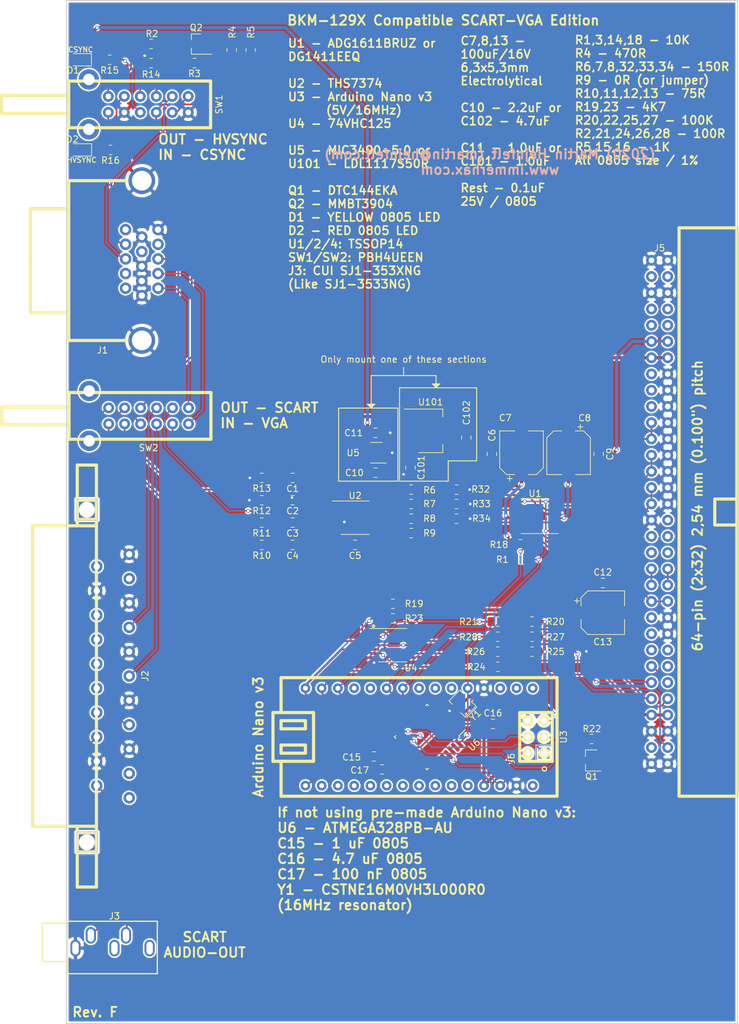
<source format=kicad_pcb>
(kicad_pcb (version 20171130) (host pcbnew 5.1.12-84ad8e8a86~92~ubuntu20.04.1)
  (layers (0 F.Cu signal) (31 B.Cu signal) (34 B.Paste user) (35 F.Paste user) (36 B.SilkS user) (37 F.SilkS user) (38 B.Mask user) (39 F.Mask user) (44 Edge.Cuts user))
  (net 0 "")
  (net 1 "Net-(C1-Pad1)")
  (net 2 "Net-(C2-Pad1)")
  (net 3 "Net-(C3-Pad1)")
  (net 4 "Net-(C4-Pad1)")
  (net 5 +3V3)
  (net 6 GND)
  (net 7 VDD)
  (net 8 VSS)
  (net 9 /Y/G)
  (net 10 /P-B/B)
  (net 11 /P-R/R)
  (net 12 "Net-(J5-Pad20b)")
  (net 13 /EXT_SYNC)
  (net 14 /RESET)
  (net 15 /MISO)
  (net 16 /SCLK)
  (net 17 "Net-(J5-Pad20a)")
  (net 18 /MOSI)
  (net 19 /SLOT_ID)
  (net 20 ~BX_OE)
  (net 21 "Net-(R6-Pad2)")
  (net 22 "Net-(R7-Pad2)")
  (net 23 "Net-(R8-Pad2)")
  (net 24 "Net-(R9-Pad2)")
  (net 25 ~EXT_SYNC_OE)
  (net 26 "Net-(R21-Pad1)")
  (net 27 +5VD)
  (net 28 "Net-(R24-Pad1)")
  (net 29 "Net-(R26-Pad1)")
  (net 30 "Net-(R32-Pad1)")
  (net 31 "Net-(R33-Pad1)")
  (net 32 "Net-(R34-Pad1)")
  (net 33 "Net-(R9-Pad1)")
  (net 34 /VGA_G)
  (net 35 /VGA_B)
  (net 36 /VGA_R)
  (net 37 /CSYNC)
  (net 38 "Net-(Q2-Pad2)")
  (net 39 "Net-(Q2-Pad3)")
  (net 40 "Net-(Q2-Pad1)")
  (net 41 /COMB_V_SYNC)
  (net 42 /COMB_H_SYNC)
  (net 43 /COMB_CSYNC)
  (net 44 "Net-(R14-Pad2)")
  (net 45 /CSYNC_ACT)
  (net 46 /HV_SYNC_ACT)
  (net 47 "Net-(D1-Pad1)")
  (net 48 "Net-(D2-Pad1)")
  (net 49 /H_SYNC)
  (net 50 /V_SYNC)
  (net 51 /OUT_G)
  (net 52 /OUT_B)
  (net 53 /OUT_R)
  (net 54 /OUT_CS)
  (net 55 "Net-(C17-Pad2)")
  (net 56 /SCART_R)
  (net 57 /SCART_G)
  (net 58 /SCART_B)
  (net 59 /SCART_AL)
  (net 60 /SCART_AR)
  (net 61 /SCART_CS)
  (net 62 MCU_MISO)
  (net 63 MCU_SCK)
  (net 64 MCU_MOSI)
  (net 65 ~MCU_RESET)
  (net 66 MCU_SLOT_ID)
  (net 67 ~MCU_SS)
  (net 68 "Net-(U6-Pad7)")
  (net 69 "Net-(U6-Pad8)")
  (module standard-pin-64p-ra:STANDARD-PIN-64P-RA (layer F.Cu) (at 142.2908 105.156)
    (fp_text reference J5 (at 0 -41.275) (layer F.SilkS))
    (fp_text value Conn_02x32_Row_Letter_Last)
    (pad 32a thru_hole circle (at 1.27 39.37) (size 1.7 1.7) (drill 0.9) (layers *.Cu *.Mask) (net 6 GND))
    (pad 31a thru_hole circle (at 1.27 36.83) (size 1.7 1.7) (drill 0.9) (layers *.Cu *.Mask) (net 19 /SLOT_ID))
    (pad 30a thru_hole circle (at 1.27 34.29) (size 1.7 1.7) (drill 0.9) (layers *.Cu *.Mask) (net 6 GND))
    (pad 29a thru_hole circle (at 1.27 31.75) (size 1.7 1.7) (drill 0.9) (layers *.Cu *.Mask) (net 27 +5VD))
    (pad 28a thru_hole circle (at 1.27 29.21) (size 1.7 1.7) (drill 0.9) (layers *.Cu *.Mask) (net 18 /MOSI))
    (pad 27a thru_hole circle (at 1.27 26.67) (size 1.7 1.7) (drill 0.9) (layers *.Cu *.Mask))
    (pad 26a thru_hole circle (at 1.27 24.13) (size 1.7 1.7) (drill 0.9) (layers *.Cu *.Mask))
    (pad 25a thru_hole circle (at 1.27 21.59) (size 1.7 1.7) (drill 0.9) (layers *.Cu *.Mask))
    (pad 24a thru_hole circle (at 1.27 19.05) (size 1.7 1.7) (drill 0.9) (layers *.Cu *.Mask) (net 6 GND))
    (pad 23a thru_hole circle (at 1.27 16.51) (size 1.7 1.7) (drill 0.9) (layers *.Cu *.Mask) (net 6 GND))
    (pad 22a thru_hole circle (at 1.27 13.97) (size 1.7 1.7) (drill 0.9) (layers *.Cu *.Mask) (net 13 /EXT_SYNC))
    (pad 21a thru_hole circle (at 1.27 11.43) (size 1.7 1.7) (drill 0.9) (layers *.Cu *.Mask) (net 17 "Net-(J5-Pad20a)"))
    (pad 20a thru_hole circle (at 1.27 8.89) (size 1.7 1.7) (drill 0.9) (layers *.Cu *.Mask) (net 17 "Net-(J5-Pad20a)"))
    (pad 19a thru_hole circle (at 1.27 6.35) (size 1.7 1.7) (drill 0.9) (layers *.Cu *.Mask))
    (pad 18a thru_hole circle (at 1.27 3.81) (size 1.7 1.7) (drill 0.9) (layers *.Cu *.Mask))
    (pad 17a thru_hole circle (at 1.27 1.27) (size 1.7 1.7) (drill 0.9) (layers *.Cu *.Mask))
    (pad 16a thru_hole circle (at 1.27 -1.27) (size 1.7 1.7) (drill 0.9) (layers *.Cu *.Mask) (net 6 GND))
    (pad 15a thru_hole circle (at 1.27 -3.81) (size 1.7 1.7) (drill 0.9) (layers *.Cu *.Mask) (net 6 GND))
    (pad 14a thru_hole circle (at 1.27 -6.35) (size 1.7 1.7) (drill 0.9) (layers *.Cu *.Mask) (net 6 GND))
    (pad 13a thru_hole circle (at 1.27 -8.89) (size 1.7 1.7) (drill 0.9) (layers *.Cu *.Mask) (net 6 GND))
    (pad 12a thru_hole circle (at 1.27 -11.43) (size 1.7 1.7) (drill 0.9) (layers *.Cu *.Mask) (net 6 GND))
    (pad 11a thru_hole circle (at 1.27 -13.97) (size 1.7 1.7) (drill 0.9) (layers *.Cu *.Mask) (net 6 GND))
    (pad 10a thru_hole circle (at 1.27 -16.51) (size 1.7 1.7) (drill 0.9) (layers *.Cu *.Mask) (net 6 GND))
    (pad 9a thru_hole circle (at 1.27 -19.05) (size 1.7 1.7) (drill 0.9) (layers *.Cu *.Mask) (net 6 GND))
    (pad 8a thru_hole circle (at 1.27 -21.59) (size 1.7 1.7) (drill 0.9) (layers *.Cu *.Mask) (net 6 GND))
    (pad 7a thru_hole circle (at 1.27 -24.13) (size 1.7 1.7) (drill 0.9) (layers *.Cu *.Mask) (net 7 VDD))
    (pad 6a thru_hole circle (at 1.27 -26.67) (size 1.7 1.7) (drill 0.9) (layers *.Cu *.Mask) (net 8 VSS))
    (pad 5a thru_hole circle (at 1.27 -29.21) (size 1.7 1.7) (drill 0.9) (layers *.Cu *.Mask))
    (pad 4a thru_hole circle (at 1.27 -31.75) (size 1.7 1.7) (drill 0.9) (layers *.Cu *.Mask))
    (pad 3a thru_hole circle (at 1.27 -34.29) (size 1.7 1.7) (drill 0.9) (layers *.Cu *.Mask) (net 6 GND))
    (pad 2a thru_hole circle (at 1.27 -36.83) (size 1.7 1.7) (drill 0.9) (layers *.Cu *.Mask))
    (pad 1a thru_hole circle (at 1.27 -39.37) (size 1.7 1.7) (drill 0.9) (layers *.Cu *.Mask) (net 6 GND))
    (pad 32b thru_hole circle (at -1.27 39.37) (size 1.7 1.7) (drill 0.9) (layers *.Cu *.Mask) (net 6 GND))
    (pad 31b thru_hole circle (at -1.27 36.83) (size 1.7 1.7) (drill 0.9) (layers *.Cu *.Mask))
    (pad 30b thru_hole circle (at -1.27 34.29) (size 1.7 1.7) (drill 0.9) (layers *.Cu *.Mask) (net 6 GND))
    (pad 29b thru_hole circle (at -1.27 31.75) (size 1.7 1.7) (drill 0.9) (layers *.Cu *.Mask) (net 27 +5VD))
    (pad 28b thru_hole circle (at -1.27 29.21) (size 1.7 1.7) (drill 0.9) (layers *.Cu *.Mask) (net 16 /SCLK))
    (pad 27b thru_hole circle (at -1.27 26.67) (size 1.7 1.7) (drill 0.9) (layers *.Cu *.Mask) (net 15 /MISO))
    (pad 26b thru_hole circle (at -1.27 24.13) (size 1.7 1.7) (drill 0.9) (layers *.Cu *.Mask) (net 14 /RESET))
    (pad 25b thru_hole circle (at -1.27 21.59) (size 1.7 1.7) (drill 0.9) (layers *.Cu *.Mask))
    (pad 24b thru_hole circle (at -1.27 19.05) (size 1.7 1.7) (drill 0.9) (layers *.Cu *.Mask))
    (pad 23b thru_hole circle (at -1.27 16.51) (size 1.7 1.7) (drill 0.9) (layers *.Cu *.Mask))
    (pad 22b thru_hole circle (at -1.27 13.97) (size 1.7 1.7) (drill 0.9) (layers *.Cu *.Mask) (net 13 /EXT_SYNC))
    (pad 21b thru_hole circle (at -1.27 11.43) (size 1.7 1.7) (drill 0.9) (layers *.Cu *.Mask) (net 12 "Net-(J5-Pad20b)"))
    (pad 20b thru_hole circle (at -1.27 8.89) (size 1.7 1.7) (drill 0.9) (layers *.Cu *.Mask) (net 12 "Net-(J5-Pad20b)"))
    (pad 19b thru_hole circle (at -1.27 6.35) (size 1.7 1.7) (drill 0.9) (layers *.Cu *.Mask))
    (pad 18b thru_hole circle (at -1.27 3.81) (size 1.7 1.7) (drill 0.9) (layers *.Cu *.Mask))
    (pad 17b thru_hole circle (at -1.27 1.27) (size 1.7 1.7) (drill 0.9) (layers *.Cu *.Mask) (net 6 GND))
    (pad 16b thru_hole circle (at -1.27 -1.27) (size 1.7 1.7) (drill 0.9) (layers *.Cu *.Mask) (net 11 /P-R/R))
    (pad 15b thru_hole circle (at -1.27 -3.81) (size 1.7 1.7) (drill 0.9) (layers *.Cu *.Mask) (net 11 /P-R/R))
    (pad 14b thru_hole circle (at -1.27 -6.35) (size 1.7 1.7) (drill 0.9) (layers *.Cu *.Mask) (net 10 /P-B/B))
    (pad 13b thru_hole circle (at -1.27 -8.89) (size 1.7 1.7) (drill 0.9) (layers *.Cu *.Mask) (net 10 /P-B/B))
    (pad 12b thru_hole circle (at -1.27 -11.43) (size 1.7 1.7) (drill 0.9) (layers *.Cu *.Mask) (net 9 /Y/G))
    (pad 11b thru_hole circle (at -1.27 -13.97) (size 1.7 1.7) (drill 0.9) (layers *.Cu *.Mask) (net 9 /Y/G))
    (pad 10b thru_hole circle (at -1.27 -16.51) (size 1.7 1.7) (drill 0.9) (layers *.Cu *.Mask))
    (pad 9b thru_hole circle (at -1.27 -19.05) (size 1.7 1.7) (drill 0.9) (layers *.Cu *.Mask))
    (pad 8b thru_hole circle (at -1.27 -21.59) (size 1.7 1.7) (drill 0.9) (layers *.Cu *.Mask))
    (pad 7b thru_hole circle (at -1.27 -24.13) (size 1.7 1.7) (drill 0.9) (layers *.Cu *.Mask) (net 7 VDD))
    (pad 6b thru_hole circle (at -1.27 -26.67) (size 1.7 1.7) (drill 0.9) (layers *.Cu *.Mask) (net 8 VSS))
    (pad 5b thru_hole circle (at -1.27 -29.21) (size 1.7 1.7) (drill 0.9) (layers *.Cu *.Mask))
    (pad 4b thru_hole circle (at -1.27 -31.75) (size 1.7 1.7) (drill 0.9) (layers *.Cu *.Mask))
    (pad 3b thru_hole circle (at -1.27 -34.29) (size 1.7 1.7) (drill 0.9) (layers *.Cu *.Mask) (net 6 GND))
    (pad 2b thru_hole circle (at -1.27 -36.83) (size 1.7 1.7) (drill 0.9) (layers *.Cu *.Mask))
    (pad 1b thru_hole circle (at -1.27 -39.37) (size 1.7 1.7) (drill 0.9) (layers *.Cu *.Mask) (net 6 GND))
  )
  (module PBH4UEE:PBH4UEE (layer F.Cu) (at 62.2935 41.3986)
    (fp_text reference SW1 (at 11.0726 0.0034 270) (layer F.SilkS))
    (fp_text value PBH4UEENAGX)
    (pad 9 thru_hole circle (at 1.25 -1.25) (size 1.7 1.7) (drill 0.9) (layers *.Cu *.Mask) (net 42 /COMB_H_SYNC))
    (pad 10 thru_hole circle (at -1.25 -1.25) (size 1.7 1.7) (drill 0.9) (layers *.Cu *.Mask) (net 44 "Net-(R14-Pad2)"))
    (pad 8 thru_hole circle (at 3.75 -1.25) (size 1.7 1.7) (drill 0.9) (layers *.Cu *.Mask) (net 49 /H_SYNC))
    (pad 2 thru_hole circle (at 3.75 1.25) (size 1.7 1.7) (drill 0.9) (layers *.Cu *.Mask) (net 43 /COMB_CSYNC))
    (pad 3 thru_hole circle (at 1.25 1.25) (size 1.7 1.7) (drill 0.9) (layers *.Cu *.Mask) (net 37 /CSYNC))
    (pad 1 thru_hole circle (at 6.25 1.25) (size 1.7 1.7) (drill 0.9) (layers *.Cu *.Mask) (net 6 GND))
    (pad 7 thru_hole circle (at 6.25 -1.25) (size 1.7 1.7) (drill 0.9) (layers *.Cu *.Mask) (net 37 /CSYNC))
    (pad 4 thru_hole circle (at -1.25 1.25) (size 1.7 1.7) (drill 0.9) (layers *.Cu *.Mask) (net 45 /CSYNC_ACT))
    (pad 5 thru_hole circle (at -3.75 1.25) (size 1.7 1.7) (drill 0.9) (layers *.Cu *.Mask) (net 6 GND))
    (pad 6 thru_hole circle (at -6.25 1.25) (size 1.7 1.7) (drill 0.9) (layers *.Cu *.Mask) (net 46 /HV_SYNC_ACT))
    (pad 12 thru_hole circle (at -6.25 -1.25) (size 1.7 1.7) (drill 0.9) (layers *.Cu *.Mask) (net 41 /COMB_V_SYNC))
    (pad 11 thru_hole circle (at -3.75 -1.25) (size 1.7 1.7) (drill 0.9) (layers *.Cu *.Mask) (net 50 /V_SYNC))
    (pad S thru_hole circle (at -9.3 -3.9) (size 3.2 3.2) (drill 1.8) (layers *.Cu *.Mask))
    (pad S thru_hole circle (at -9.3 3.9) (size 3.2 3.2) (drill 1.8) (layers *.Cu *.Mask))
  )
  (module SCART:NINIGI-SCART-RA (layer F.Cu) (at 59.309 130.81 270)
    (fp_text reference J2 (at 0 -2.5 270) (layer F.SilkS))
    (fp_text value SCART-F)
    (pad "" np_thru_hole rect (at -26 6.627 270) (size 2.5 2.5) (drill 2.5) (layers *.Cu *.Mask))
    (pad "" np_thru_hole rect (at 26 6.627 270) (size 2.5 2.5) (drill 2.5) (layers *.Cu *.Mask))
    (pad 21 thru_hole circle (at -19.05 0 270) (size 1.8 1.8) (drill 1) (layers *.Cu *.Mask) (net 6 GND))
    (pad 19 thru_hole circle (at -15.24 0 270) (size 1.8 1.8) (drill 1) (layers *.Cu *.Mask))
    (pad 17 thru_hole circle (at -11.43 0 270) (size 1.8 1.8) (drill 1) (layers *.Cu *.Mask) (net 6 GND))
    (pad 15 thru_hole circle (at -7.62 0 270) (size 1.8 1.8) (drill 1) (layers *.Cu *.Mask) (net 56 /SCART_R))
    (pad 13 thru_hole circle (at -3.81 0 270) (size 1.8 1.8) (drill 1) (layers *.Cu *.Mask) (net 6 GND))
    (pad 11 thru_hole circle (at 0 0 270) (size 1.8 1.8) (drill 1) (layers *.Cu *.Mask) (net 57 /SCART_G))
    (pad 9 thru_hole circle (at 3.81 0 270) (size 1.8 1.8) (drill 1) (layers *.Cu *.Mask) (net 6 GND))
    (pad 7 thru_hole circle (at 7.62 0 270) (size 1.8 1.8) (drill 1) (layers *.Cu *.Mask) (net 58 /SCART_B))
    (pad 5 thru_hole circle (at 11.43 0 270) (size 1.8 1.8) (drill 1) (layers *.Cu *.Mask) (net 6 GND))
    (pad 3 thru_hole circle (at 15.24 0 270) (size 1.8 1.8) (drill 1) (layers *.Cu *.Mask))
    (pad 1 thru_hole circle (at 19.05 0 270) (size 1.8 1.8) (drill 1) (layers *.Cu *.Mask))
    (pad 20 thru_hole circle (at -17.145 5.08 270) (size 1.8 1.8) (drill 1) (layers *.Cu *.Mask) (net 61 /SCART_CS))
    (pad 18 thru_hole circle (at -13.335 5.08 270) (size 1.8 1.8) (drill 1) (layers *.Cu *.Mask) (net 6 GND))
    (pad 16 thru_hole circle (at -9.525 5.08 270) (size 1.8 1.8) (drill 1) (layers *.Cu *.Mask))
    (pad 14 thru_hole circle (at -5.715 5.08 270) (size 1.8 1.8) (drill 1) (layers *.Cu *.Mask))
    (pad 12 thru_hole circle (at -1.905 5.08 270) (size 1.8 1.8) (drill 1) (layers *.Cu *.Mask))
    (pad 10 thru_hole circle (at 1.905 5.08 270) (size 1.8 1.8) (drill 1) (layers *.Cu *.Mask))
    (pad 8 thru_hole circle (at 5.715 5.08 270) (size 1.8 1.8) (drill 1) (layers *.Cu *.Mask))
    (pad 6 thru_hole circle (at 9.525 5.08 270) (size 1.8 1.8) (drill 1) (layers *.Cu *.Mask) (net 59 /SCART_AL))
    (pad 4 thru_hole circle (at 13.335 5.08 270) (size 1.8 1.8) (drill 1) (layers *.Cu *.Mask) (net 6 GND))
    (pad 2 thru_hole circle (at 17.145 5.08 270) (size 1.8 1.8) (drill 1) (layers *.Cu *.Mask) (net 60 /SCART_AR))
  )
  (module arduino-nano-v3:arduino-nano-v3 (layer F.Cu) (at 104.6607 140.335 270)
    (fp_text reference U3 (at 0 -22.606 270) (layer F.SilkS))
    (fp_text value arduino-nano-v3)
    (fp_text user "Arduino Nano v3" (at 0 25.1587 90) (layer F.SilkS) (effects (font (size 1.5 1.5) (thickness 0.3))))
    (pad 1 thru_hole circle (at -7.62 -17.78 270) (size 1.524 1.524) (drill 0.762) (layers *.Cu *.Mask))
    (pad 2 thru_hole circle (at -7.62 -15.24 270) (size 1.524 1.524) (drill 0.762) (layers *.Cu *.Mask))
    (pad 3 thru_hole circle (at -7.62 -12.7 270) (size 1.524 1.524) (drill 0.762) (layers *.Cu *.Mask))
    (pad 4 thru_hole circle (at -7.62 -10.16 270) (size 1.524 1.524) (drill 0.762) (layers *.Cu *.Mask) (net 6 GND))
    (pad 5 thru_hole circle (at -7.62 -7.62 270) (size 1.524 1.524) (drill 0.762) (layers *.Cu *.Mask) (net 66 MCU_SLOT_ID))
    (pad 6 thru_hole circle (at -7.62 -5.08 270) (size 1.524 1.524) (drill 0.762) (layers *.Cu *.Mask))
    (pad 7 thru_hole circle (at -7.62 -2.54 270) (size 1.524 1.524) (drill 0.762) (layers *.Cu *.Mask))
    (pad 8 thru_hole circle (at -7.62 0 270) (size 1.524 1.524) (drill 0.762) (layers *.Cu *.Mask))
    (pad 9 thru_hole circle (at -7.62 2.54 270) (size 1.524 1.524) (drill 0.762) (layers *.Cu *.Mask) (net 20 ~BX_OE))
    (pad 10 thru_hole circle (at -7.62 5.08 270) (size 1.524 1.524) (drill 0.762) (layers *.Cu *.Mask) (net 25 ~EXT_SYNC_OE))
    (pad 11 thru_hole circle (at -7.62 7.62 270) (size 1.524 1.524) (drill 0.762) (layers *.Cu *.Mask))
    (pad 12 thru_hole circle (at -7.62 10.16 270) (size 1.524 1.524) (drill 0.762) (layers *.Cu *.Mask))
    (pad 13 thru_hole circle (at -7.62 12.7 270) (size 1.524 1.524) (drill 0.762) (layers *.Cu *.Mask) (net 67 ~MCU_SS))
    (pad 14 thru_hole circle (at -7.62 15.24 270) (size 1.524 1.524) (drill 0.762) (layers *.Cu *.Mask) (net 64 MCU_MOSI))
    (pad 15 thru_hole circle (at -7.62 17.78 270) (size 1.524 1.524) (drill 0.762) (layers *.Cu *.Mask) (net 62 MCU_MISO))
    (pad 16 thru_hole circle (at 7.62 17.78 270) (size 1.524 1.524) (drill 0.762) (layers *.Cu *.Mask) (net 63 MCU_SCK))
    (pad 17 thru_hole circle (at 7.62 15.24 270) (size 1.524 1.524) (drill 0.762) (layers *.Cu *.Mask))
    (pad 18 thru_hole circle (at 7.62 12.7 270) (size 1.524 1.524) (drill 0.762) (layers *.Cu *.Mask))
    (pad 19 thru_hole circle (at 7.62 10.16 270) (size 1.524 1.524) (drill 0.762) (layers *.Cu *.Mask))
    (pad 20 thru_hole circle (at 7.62 7.62 270) (size 1.524 1.524) (drill 0.762) (layers *.Cu *.Mask))
    (pad 21 thru_hole circle (at 7.62 5.08 270) (size 1.524 1.524) (drill 0.762) (layers *.Cu *.Mask))
    (pad 22 thru_hole circle (at 7.62 2.54 270) (size 1.524 1.524) (drill 0.762) (layers *.Cu *.Mask))
    (pad 23 thru_hole circle (at 7.62 0 270) (size 1.524 1.524) (drill 0.762) (layers *.Cu *.Mask))
    (pad 24 thru_hole circle (at 7.62 -2.54 270) (size 1.524 1.524) (drill 0.762) (layers *.Cu *.Mask))
    (pad 25 thru_hole circle (at 7.62 -5.08 270) (size 1.524 1.524) (drill 0.762) (layers *.Cu *.Mask))
    (pad 26 thru_hole circle (at 7.62 -7.62 270) (size 1.524 1.524) (drill 0.762) (layers *.Cu *.Mask))
    (pad 27 thru_hole circle (at 7.62 -10.16 270) (size 1.524 1.524) (drill 0.762) (layers *.Cu *.Mask) (net 27 +5VD))
    (pad 28 thru_hole circle (at 7.62 -12.7 270) (size 1.524 1.524) (drill 0.762) (layers *.Cu *.Mask) (net 65 ~MCU_RESET))
    (pad 29 thru_hole circle (at 7.62 -15.24 270) (size 1.524 1.524) (drill 0.762) (layers *.Cu *.Mask) (net 6 GND))
    (pad 30 thru_hole circle (at 7.62 -17.78 270) (size 1.524 1.524) (drill 0.762) (layers *.Cu *.Mask))
  )
  (module HD15-VGA:HD15-VGA (layer F.Cu) (at 61.2775 65.8241 270)
    (fp_text reference J1 (at 14.02 6.15) (layer F.SilkS))
    (fp_text value DB15_Female_HighDensity_MountingHoles)
    (pad 3 thru_hole circle (at -0.254 -2.54 270) (size 1.8 1.8) (drill 1) (layers *.Cu *.Mask) (net 35 /VGA_B))
    (pad 13 thru_hole circle (at -0.254 2.54 270) (size 1.8 1.8) (drill 1) (layers *.Cu *.Mask) (net 49 /H_SYNC))
    (pad 12 thru_hole circle (at 2.03708 2.54 270) (size 1.8 1.8) (drill 1) (layers *.Cu *.Mask))
    (pad 11 thru_hole circle (at 4.32816 2.54 270) (size 1.8 1.8) (drill 1) (layers *.Cu *.Mask))
    (pad 14 thru_hole circle (at -2.54508 2.54 270) (size 1.8 1.8) (drill 1) (layers *.Cu *.Mask) (net 50 /V_SYNC))
    (pad 15 thru_hole circle (at -4.83616 2.54 270) (size 1.8 1.8) (drill 1) (layers *.Cu *.Mask))
    (pad 10 thru_hole circle (at -3.683 0 270) (size 1.8 1.8) (drill 1) (layers *.Cu *.Mask) (net 6 GND))
    (pad 9 thru_hole circle (at -1.39192 0 270) (size 1.8 1.8) (drill 1) (layers *.Cu *.Mask))
    (pad 8 thru_hole circle (at 0.89916 0 270) (size 1.8 1.8) (drill 1) (layers *.Cu *.Mask) (net 6 GND))
    (pad 7 thru_hole circle (at 3.19024 0 270) (size 1.8 1.8) (drill 1) (layers *.Cu *.Mask) (net 6 GND))
    (pad 6 thru_hole circle (at 5.48132 0 270) (size 1.8 1.8) (drill 1) (layers *.Cu *.Mask) (net 6 GND))
    (pad 4 thru_hole circle (at -2.54508 -2.54 270) (size 1.8 1.8) (drill 1) (layers *.Cu *.Mask))
    (pad 5 thru_hole circle (at -4.83616 -2.54 270) (size 1.8 1.8) (drill 1) (layers *.Cu *.Mask) (net 6 GND))
    (pad 2 thru_hole circle (at 2.03708 -2.54 270) (size 1.8 1.8) (drill 1) (layers *.Cu *.Mask) (net 34 /VGA_G))
    (pad 1 thru_hole circle (at 4.32816 -2.54 270) (size 1.8 1.8) (drill 1) (layers *.Cu *.Mask) (net 36 /VGA_R))
    (pad 0 thru_hole circle (at 12.49172 0 270) (size 4.2 4.2) (drill 3.1) (layers *.Cu *.Mask) (net 6 GND))
    (pad 0 thru_hole circle (at -12.49172 0 270) (size 4.2 4.2) (drill 3.1) (layers *.Cu *.Mask) (net 6 GND))
  )
  (module Pin_Headers:Pin_Header_Straight_2x03_Pitch2.54mm (layer F.Cu) (at 124.206 142.875 180)
    (fp_text reference J6 (at 5.1054 -0.8382 90) (layer F.SilkS))
    (fp_text value ICSP)
    (pad 1 thru_hole rect (at 0 0 180) (size 1.7 1.7) (drill 1) (layers *.Cu *.Mask) (net 62 MCU_MISO))
    (pad 2 thru_hole oval (at 2.54 0 180) (size 1.7 1.7) (drill 1) (layers *.Cu *.Mask) (net 27 +5VD))
    (pad 3 thru_hole oval (at 0 2.54 180) (size 1.7 1.7) (drill 1) (layers *.Cu *.Mask) (net 63 MCU_SCK))
    (pad 4 thru_hole oval (at 2.54 2.54 180) (size 1.7 1.7) (drill 1) (layers *.Cu *.Mask) (net 64 MCU_MOSI))
    (pad 5 thru_hole oval (at 0 5.08 180) (size 1.7 1.7) (drill 1) (layers *.Cu *.Mask) (net 65 ~MCU_RESET))
    (pad 6 thru_hole oval (at 2.54 5.08 180) (size 1.7 1.7) (drill 1) (layers *.Cu *.Mask) (net 6 GND))
  )
  (module PBH4UEE:PBH4UEE (layer F.Cu) (at 62.3443 90.1192)
    (fp_text reference SW2 (at 0 5) (layer F.SilkS))
    (fp_text value PBH4UEENAGX)
    (pad 9 thru_hole circle (at 1.25 -1.25) (size 1.7 1.7) (drill 0.9) (layers *.Cu *.Mask) (net 56 /SCART_R))
    (pad 10 thru_hole circle (at -1.25 -1.25) (size 1.7 1.7) (drill 0.9) (layers *.Cu *.Mask) (net 37 /CSYNC))
    (pad 8 thru_hole circle (at 3.75 -1.25) (size 1.7 1.7) (drill 0.9) (layers *.Cu *.Mask) (net 53 /OUT_R))
    (pad 2 thru_hole circle (at 3.75 1.25) (size 1.7 1.7) (drill 0.9) (layers *.Cu *.Mask) (net 51 /OUT_G))
    (pad 3 thru_hole circle (at 1.25 1.25) (size 1.7 1.7) (drill 0.9) (layers *.Cu *.Mask) (net 57 /SCART_G))
    (pad 1 thru_hole circle (at 6.25 1.25) (size 1.7 1.7) (drill 0.9) (layers *.Cu *.Mask) (net 34 /VGA_G))
    (pad 7 thru_hole circle (at 6.25 -1.25) (size 1.7 1.7) (drill 0.9) (layers *.Cu *.Mask) (net 36 /VGA_R))
    (pad 4 thru_hole circle (at -1.25 1.25) (size 1.7 1.7) (drill 0.9) (layers *.Cu *.Mask) (net 35 /VGA_B))
    (pad 5 thru_hole circle (at -3.75 1.25) (size 1.7 1.7) (drill 0.9) (layers *.Cu *.Mask) (net 52 /OUT_B))
    (pad 6 thru_hole circle (at -6.25 1.25) (size 1.7 1.7) (drill 0.9) (layers *.Cu *.Mask) (net 58 /SCART_B))
    (pad 12 thru_hole circle (at -6.25 -1.25) (size 1.7 1.7) (drill 0.9) (layers *.Cu *.Mask) (net 61 /SCART_CS))
    (pad 11 thru_hole circle (at -3.75 -1.25) (size 1.7 1.7) (drill 0.9) (layers *.Cu *.Mask) (net 54 /OUT_CS))
    (pad S thru_hole circle (at -9.3 -3.9) (size 3.2 3.2) (drill 1.8) (layers *.Cu *.Mask))
    (pad S thru_hole circle (at -9.3 3.9) (size 3.2 3.2) (drill 1.8) (layers *.Cu *.Mask))
  )
  (module CUI-JACK:SJ1-353XNG (layer F.Cu) (at 50.9016 172.466)
    (fp_text reference J3 (at 6.1 -4.1) (layer F.SilkS))
    (fp_text value SJ1-353XNG)
    (pad 3 thru_hole oval (at 0 0.9) (size 1.6 2.6) (drill oval 1 2) (layers *.Cu *.Mask) (net 6 GND))
    (pad 1 thru_hole oval (at 2.4 -1.1) (size 1.6 2.6) (drill oval 1 2) (layers *.Cu *.Mask) (net 59 /SCART_AL))
    (pad 5 thru_hole oval (at 6.1 0.9) (size 1.6 2.6) (drill oval 1 2) (layers *.Cu *.Mask))
    (pad 2 thru_hole oval (at 7.9 -1.1) (size 1.6 2.6) (drill oval 1 2) (layers *.Cu *.Mask) (net 60 /SCART_AR))
    (pad 4 thru_hole oval (at 11.6 0.9) (size 1.6 2.6) (drill oval 1 2) (layers *.Cu *.Mask))
  )
  (module Package_TO_SOT_SMD:SOT-223-3_TabPin2 (layer F.Cu) (at 106.46156 92.46108)
    (fp_text reference U101 (at 0 -4.5) (layer F.SilkS))
    (fp_text value LDL1117S50R)
    (pad 2 smd rect (at 3.15 0) (size 2 3.8) (layers F.Cu F.Paste F.Mask) (net 5 +3V3))
    (pad 2 smd rect (at -3.15 0) (size 2 1.5) (layers F.Cu F.Paste F.Mask) (net 5 +3V3))
    (pad 3 smd rect (at -3.15 2.3) (size 2 1.5) (layers F.Cu F.Paste F.Mask) (net 7 VDD))
    (pad 1 smd rect (at -3.15 -2.3) (size 2 1.5) (layers F.Cu F.Paste F.Mask) (net 6 GND))
  )
  (module Capacitor_SMD:C_0805_2012Metric_Pad1.18x1.45mm_HandSolder (layer F.Cu) (at 103.30688 98.2218 270)
    (fp_text reference C101 (at 0 -1.68 90) (layer F.SilkS))
    (fp_text value 1uF)
    (pad 2 smd roundrect (at 1.0375 0 270) (size 1.175 1.45) (layers F.Cu F.Paste F.Mask) (roundrect_rratio 0.2127659574468085) (net 6 GND))
    (pad 1 smd roundrect (at -1.0375 0 270) (size 1.175 1.45) (layers F.Cu F.Paste F.Mask) (roundrect_rratio 0.2127659574468085) (net 7 VDD))
  )
  (module Capacitor_SMD:C_0805_2012Metric_Pad1.18x1.45mm_HandSolder (layer F.Cu) (at 112.04956 93.4974 270)
    (fp_text reference C102 (at -3.86588 -0.03048 90) (layer F.SilkS))
    (fp_text value 4.7uF)
    (pad 1 smd roundrect (at -1.0375 0 270) (size 1.175 1.45) (layers F.Cu F.Paste F.Mask) (roundrect_rratio 0.2127659574468085) (net 5 +3V3))
    (pad 2 smd roundrect (at 1.0375 0 270) (size 1.175 1.45) (layers F.Cu F.Paste F.Mask) (roundrect_rratio 0.2127659574468085) (net 6 GND))
  )
  (module Capacitor_SMD:C_0805_2012Metric_Pad1.18x1.45mm_HandSolder (layer F.Cu) (at 84.8741 99.822 180)
    (fp_text reference C1 (at 0 -1.68) (layer F.SilkS))
    (fp_text value 0.1uF)
    (pad 1 smd roundrect (at -1.0375 0 180) (size 1.175 1.45) (layers F.Cu F.Paste F.Mask) (roundrect_rratio 0.2127659574468085) (net 1 "Net-(C1-Pad1)"))
    (pad 2 smd roundrect (at 1.0375 0 180) (size 1.175 1.45) (layers F.Cu F.Paste F.Mask) (roundrect_rratio 0.2127659574468085) (net 51 /OUT_G))
  )
  (module Capacitor_SMD:C_0805_2012Metric_Pad1.18x1.45mm_HandSolder (layer F.Cu) (at 84.8741 103.3145 180)
    (fp_text reference C2 (at 0 -1.68) (layer F.SilkS))
    (fp_text value 0.1uF)
    (pad 1 smd roundrect (at -1.0375 0 180) (size 1.175 1.45) (layers F.Cu F.Paste F.Mask) (roundrect_rratio 0.2127659574468085) (net 2 "Net-(C2-Pad1)"))
    (pad 2 smd roundrect (at 1.0375 0 180) (size 1.175 1.45) (layers F.Cu F.Paste F.Mask) (roundrect_rratio 0.2127659574468085) (net 52 /OUT_B))
  )
  (module Capacitor_SMD:C_0805_2012Metric_Pad1.18x1.45mm_HandSolder (layer F.Cu) (at 84.8741 106.807 180)
    (fp_text reference C3 (at 0 -1.68) (layer F.SilkS))
    (fp_text value 0.1uF)
    (pad 2 smd roundrect (at 1.0375 0 180) (size 1.175 1.45) (layers F.Cu F.Paste F.Mask) (roundrect_rratio 0.2127659574468085) (net 53 /OUT_R))
    (pad 1 smd roundrect (at -1.0375 0 180) (size 1.175 1.45) (layers F.Cu F.Paste F.Mask) (roundrect_rratio 0.2127659574468085) (net 3 "Net-(C3-Pad1)"))
  )
  (module Capacitor_SMD:C_0805_2012Metric_Pad1.18x1.45mm_HandSolder (layer F.Cu) (at 84.8741 110.2995 180)
    (fp_text reference C4 (at 0 -1.68) (layer F.SilkS))
    (fp_text value 0.1uF)
    (pad 2 smd roundrect (at 1.0375 0 180) (size 1.175 1.45) (layers F.Cu F.Paste F.Mask) (roundrect_rratio 0.2127659574468085) (net 54 /OUT_CS))
    (pad 1 smd roundrect (at -1.0375 0 180) (size 1.175 1.45) (layers F.Cu F.Paste F.Mask) (roundrect_rratio 0.2127659574468085) (net 4 "Net-(C4-Pad1)"))
  )
  (module Capacitor_SMD:C_0805_2012Metric_Pad1.18x1.45mm_HandSolder (layer F.Cu) (at 94.6531 110.2995 180)
    (fp_text reference C5 (at 0 -1.68) (layer F.SilkS))
    (fp_text value 0.1uF)
    (pad 1 smd roundrect (at -1.0375 0 180) (size 1.175 1.45) (layers F.Cu F.Paste F.Mask) (roundrect_rratio 0.2127659574468085) (net 5 +3V3))
    (pad 2 smd roundrect (at 1.0375 0 180) (size 1.175 1.45) (layers F.Cu F.Paste F.Mask) (roundrect_rratio 0.2127659574468085) (net 6 GND))
  )
  (module Capacitor_SMD:C_0805_2012Metric_Pad1.18x1.45mm_HandSolder (layer F.Cu) (at 116.0526 96.0755 90)
    (fp_text reference C6 (at 2.921 0.0254 90) (layer F.SilkS))
    (fp_text value 0.1uF)
    (pad 2 smd roundrect (at 1.0375 0 90) (size 1.175 1.45) (layers F.Cu F.Paste F.Mask) (roundrect_rratio 0.2127659574468085) (net 6 GND))
    (pad 1 smd roundrect (at -1.0375 0 90) (size 1.175 1.45) (layers F.Cu F.Paste F.Mask) (roundrect_rratio 0.2127659574468085) (net 7 VDD))
  )
  (module Capacitor_SMD:C_0805_2012Metric_Pad1.18x1.45mm_HandSolder (layer F.Cu) (at 132.7531 96.0755 90)
    (fp_text reference C9 (at -0.0127 1.7907 90) (layer F.SilkS))
    (fp_text value 0.1uF)
    (pad 2 smd roundrect (at 1.0375 0 90) (size 1.175 1.45) (layers F.Cu F.Paste F.Mask) (roundrect_rratio 0.2127659574468085) (net 6 GND))
    (pad 1 smd roundrect (at -1.0375 0 90) (size 1.175 1.45) (layers F.Cu F.Paste F.Mask) (roundrect_rratio 0.2127659574468085) (net 8 VSS))
  )
  (module Capacitor_SMD:C_0805_2012Metric_Pad1.18x1.45mm_HandSolder (layer F.Cu) (at 97.8408 99.0092)
    (fp_text reference C10 (at -3.302 0.0127) (layer F.SilkS))
    (fp_text value 2.2uF)
    (pad 2 smd roundrect (at 1.0375 0) (size 1.175 1.45) (layers F.Cu F.Paste F.Mask) (roundrect_rratio 0.2127659574468085) (net 6 GND))
    (pad 1 smd roundrect (at -1.0375 0) (size 1.175 1.45) (layers F.Cu F.Paste F.Mask) (roundrect_rratio 0.2127659574468085) (net 5 +3V3))
  )
  (module Capacitor_SMD:C_0805_2012Metric_Pad1.18x1.45mm_HandSolder (layer F.Cu) (at 97.8408 92.7608 180)
    (fp_text reference C11 (at 3.4163 -0.0254) (layer F.SilkS))
    (fp_text value 1uF)
    (pad 1 smd roundrect (at -1.0375 0 180) (size 1.175 1.45) (layers F.Cu F.Paste F.Mask) (roundrect_rratio 0.2127659574468085) (net 6 GND))
    (pad 2 smd roundrect (at 1.0375 0 180) (size 1.175 1.45) (layers F.Cu F.Paste F.Mask) (roundrect_rratio 0.2127659574468085) (net 7 VDD))
  )
  (module Capacitor_SMD:C_0805_2012Metric_Pad1.18x1.45mm_HandSolder (layer F.Cu) (at 133.4008 116.2558)
    (fp_text reference C12 (at 0 -1.68) (layer F.SilkS))
    (fp_text value 0.1uF)
    (pad 1 smd roundrect (at -1.0375 0) (size 1.175 1.45) (layers F.Cu F.Paste F.Mask) (roundrect_rratio 0.2127659574468085) (net 27 +5VD))
    (pad 2 smd roundrect (at 1.0375 0) (size 1.175 1.45) (layers F.Cu F.Paste F.Mask) (roundrect_rratio 0.2127659574468085) (net 6 GND))
  )
  (module Capacitor_SMD:C_0805_2012Metric_Pad1.18x1.45mm_HandSolder (layer F.Cu) (at 97.5868 143.383 180)
    (fp_text reference C15 (at 3.4798 -0.127) (layer F.SilkS))
    (fp_text value 1uF)
    (pad 2 smd roundrect (at 1.0375 0 180) (size 1.175 1.45) (layers F.Cu F.Paste F.Mask) (roundrect_rratio 0.2127659574468085) (net 6 GND))
    (pad 1 smd roundrect (at -1.0375 0 180) (size 1.175 1.45) (layers F.Cu F.Paste F.Mask) (roundrect_rratio 0.2127659574468085) (net 27 +5VD))
  )
  (module Capacitor_SMD:C_0805_2012Metric_Pad1.18x1.45mm_HandSolder (layer F.Cu) (at 116.2177 138.2903)
    (fp_text reference C16 (at 0 -1.68) (layer F.SilkS))
    (fp_text value 4.7uF)
    (pad 1 smd roundrect (at -1.0375 0) (size 1.175 1.45) (layers F.Cu F.Paste F.Mask) (roundrect_rratio 0.2127659574468085) (net 27 +5VD))
    (pad 2 smd roundrect (at 1.0375 0) (size 1.175 1.45) (layers F.Cu F.Paste F.Mask) (roundrect_rratio 0.2127659574468085) (net 6 GND))
  )
  (module Capacitor_SMD:C_0805_2012Metric_Pad1.18x1.45mm_HandSolder (layer F.Cu) (at 98.8568 145.415)
    (fp_text reference C17 (at -3.4798 0.127) (layer F.SilkS))
    (fp_text value 100nF)
    (pad 1 smd roundrect (at -1.0375 0) (size 1.175 1.45) (layers F.Cu F.Paste F.Mask) (roundrect_rratio 0.2127659574468085) (net 6 GND))
    (pad 2 smd roundrect (at 1.0375 0) (size 1.175 1.45) (layers F.Cu F.Paste F.Mask) (roundrect_rratio 0.2127659574468085) (net 55 "Net-(C17-Pad2)"))
  )
  (module Resistor_SMD:R_0805_2012Metric_Pad1.20x1.40mm_HandSolder (layer F.Cu) (at 120.5316 112.603 180)
    (fp_text reference R1 (at 2.8407 0.0175) (layer F.SilkS))
    (fp_text value 10K)
    (pad 1 smd roundrect (at -1 0 180) (size 1.2 1.4) (layers F.Cu F.Paste F.Mask) (roundrect_rratio 0.2083325) (net 20 ~BX_OE))
    (pad 2 smd roundrect (at 1 0 180) (size 1.2 1.4) (layers F.Cu F.Paste F.Mask) (roundrect_rratio 0.2083325) (net 7 VDD))
  )
  (module Resistor_SMD:R_0805_2012Metric_Pad1.20x1.40mm_HandSolder (layer F.Cu) (at 62.738 31.9405 180)
    (fp_text reference R2 (at -0.127 1.5875) (layer F.SilkS))
    (fp_text value 100R)
    (pad 2 smd roundrect (at 1 0 180) (size 1.2 1.4) (layers F.Cu F.Paste F.Mask) (roundrect_rratio 0.2083325) (net 41 /COMB_V_SYNC))
    (pad 1 smd roundrect (at -1 0 180) (size 1.2 1.4) (layers F.Cu F.Paste F.Mask) (roundrect_rratio 0.2083325) (net 39 "Net-(Q2-Pad3)"))
  )
  (module Resistor_SMD:R_0805_2012Metric_Pad1.20x1.40mm_HandSolder (layer F.Cu) (at 69.5198 34.9377 180)
    (fp_text reference R3 (at 0 -1.65) (layer F.SilkS))
    (fp_text value 10K)
    (pad 1 smd roundrect (at -1 0 180) (size 1.2 1.4) (layers F.Cu F.Paste F.Mask) (roundrect_rratio 0.2083325) (net 40 "Net-(Q2-Pad1)"))
    (pad 2 smd roundrect (at 1 0 180) (size 1.2 1.4) (layers F.Cu F.Paste F.Mask) (roundrect_rratio 0.2083325) (net 42 /COMB_H_SYNC))
  )
  (module Resistor_SMD:R_0805_2012Metric_Pad1.20x1.40mm_HandSolder (layer F.Cu) (at 75.3491 32.8803 90)
    (fp_text reference R4 (at 2.7813 0.0889 90) (layer F.SilkS))
    (fp_text value 470R)
    (pad 2 smd roundrect (at 1 0 90) (size 1.2 1.4) (layers F.Cu F.Paste F.Mask) (roundrect_rratio 0.2083325) (net 38 "Net-(Q2-Pad2)"))
    (pad 1 smd roundrect (at -1 0 90) (size 1.2 1.4) (layers F.Cu F.Paste F.Mask) (roundrect_rratio 0.2083325) (net 43 /COMB_CSYNC))
  )
  (module Resistor_SMD:R_0805_2012Metric_Pad1.20x1.40mm_HandSolder (layer F.Cu) (at 78.3082 32.8803 90)
    (fp_text reference R5 (at 2.7813 0.0508 90) (layer F.SilkS))
    (fp_text value 1K)
    (pad 1 smd roundrect (at -1 0 90) (size 1.2 1.4) (layers F.Cu F.Paste F.Mask) (roundrect_rratio 0.2083325) (net 6 GND))
    (pad 2 smd roundrect (at 1 0 90) (size 1.2 1.4) (layers F.Cu F.Paste F.Mask) (roundrect_rratio 0.2083325) (net 38 "Net-(Q2-Pad2)"))
  )
  (module Resistor_SMD:R_0805_2012Metric_Pad1.20x1.40mm_HandSolder (layer F.Cu) (at 103.4288 101.6508 180)
    (fp_text reference R6 (at -2.8702 -0.0762) (layer F.SilkS))
    (fp_text value 150R)
    (pad 2 smd roundrect (at 1 0 180) (size 1.2 1.4) (layers F.Cu F.Paste F.Mask) (roundrect_rratio 0.2083325) (net 21 "Net-(R6-Pad2)"))
    (pad 1 smd roundrect (at -1 0 180) (size 1.2 1.4) (layers F.Cu F.Paste F.Mask) (roundrect_rratio 0.2083325) (net 30 "Net-(R32-Pad1)"))
  )
  (module Resistor_SMD:R_0805_2012Metric_Pad1.20x1.40mm_HandSolder (layer F.Cu) (at 103.4316 103.903 180)
    (fp_text reference R7 (at -2.8674 0.017) (layer F.SilkS))
    (fp_text value 150R)
    (pad 1 smd roundrect (at -1 0 180) (size 1.2 1.4) (layers F.Cu F.Paste F.Mask) (roundrect_rratio 0.2083325) (net 31 "Net-(R33-Pad1)"))
    (pad 2 smd roundrect (at 1 0 180) (size 1.2 1.4) (layers F.Cu F.Paste F.Mask) (roundrect_rratio 0.2083325) (net 22 "Net-(R7-Pad2)"))
  )
  (module Resistor_SMD:R_0805_2012Metric_Pad1.20x1.40mm_HandSolder (layer F.Cu) (at 103.4316 106.203 180)
    (fp_text reference R8 (at -2.8674 0.031) (layer F.SilkS))
    (fp_text value 150R)
    (pad 2 smd roundrect (at 1 0 180) (size 1.2 1.4) (layers F.Cu F.Paste F.Mask) (roundrect_rratio 0.2083325) (net 23 "Net-(R8-Pad2)"))
    (pad 1 smd roundrect (at -1 0 180) (size 1.2 1.4) (layers F.Cu F.Paste F.Mask) (roundrect_rratio 0.2083325) (net 32 "Net-(R34-Pad1)"))
  )
  (module Resistor_SMD:R_0805_2012Metric_Pad1.20x1.40mm_HandSolder (layer F.Cu) (at 103.4316 108.453 180)
    (fp_text reference R9 (at -2.8674 -0.005) (layer F.SilkS))
    (fp_text value 0R)
    (pad 1 smd roundrect (at -1 0 180) (size 1.2 1.4) (layers F.Cu F.Paste F.Mask) (roundrect_rratio 0.2083325) (net 33 "Net-(R9-Pad1)"))
    (pad 2 smd roundrect (at 1 0 180) (size 1.2 1.4) (layers F.Cu F.Paste F.Mask) (roundrect_rratio 0.2083325) (net 24 "Net-(R9-Pad2)"))
  )
  (module Resistor_SMD:R_0805_2012Metric_Pad1.20x1.40mm_HandSolder (layer F.Cu) (at 80.0481 110.2995 180)
    (fp_text reference R10 (at 0 -1.65) (layer F.SilkS))
    (fp_text value 75R)
    (pad 2 smd roundrect (at 1 0 180) (size 1.2 1.4) (layers F.Cu F.Paste F.Mask) (roundrect_rratio 0.2083325) (net 6 GND))
    (pad 1 smd roundrect (at -1 0 180) (size 1.2 1.4) (layers F.Cu F.Paste F.Mask) (roundrect_rratio 0.2083325) (net 54 /OUT_CS))
  )
  (module Resistor_SMD:R_0805_2012Metric_Pad1.20x1.40mm_HandSolder (layer F.Cu) (at 80.0481 106.807 180)
    (fp_text reference R11 (at 0 -1.65) (layer F.SilkS))
    (fp_text value 75R)
    (pad 1 smd roundrect (at -1 0 180) (size 1.2 1.4) (layers F.Cu F.Paste F.Mask) (roundrect_rratio 0.2083325) (net 53 /OUT_R))
    (pad 2 smd roundrect (at 1 0 180) (size 1.2 1.4) (layers F.Cu F.Paste F.Mask) (roundrect_rratio 0.2083325) (net 6 GND))
  )
  (module Resistor_SMD:R_0805_2012Metric_Pad1.20x1.40mm_HandSolder (layer F.Cu) (at 80.0481 103.3145 180)
    (fp_text reference R12 (at 0 -1.65) (layer F.SilkS))
    (fp_text value 75R)
    (pad 2 smd roundrect (at 1 0 180) (size 1.2 1.4) (layers F.Cu F.Paste F.Mask) (roundrect_rratio 0.2083325) (net 6 GND))
    (pad 1 smd roundrect (at -1 0 180) (size 1.2 1.4) (layers F.Cu F.Paste F.Mask) (roundrect_rratio 0.2083325) (net 52 /OUT_B))
  )
  (module Resistor_SMD:R_0805_2012Metric_Pad1.20x1.40mm_HandSolder (layer F.Cu) (at 80.0481 99.822 180)
    (fp_text reference R13 (at 0 -1.65) (layer F.SilkS))
    (fp_text value 75R)
    (pad 1 smd roundrect (at -1 0 180) (size 1.2 1.4) (layers F.Cu F.Paste F.Mask) (roundrect_rratio 0.2083325) (net 51 /OUT_G))
    (pad 2 smd roundrect (at 1 0 180) (size 1.2 1.4) (layers F.Cu F.Paste F.Mask) (roundrect_rratio 0.2083325) (net 6 GND))
  )
  (module Resistor_SMD:R_0805_2012Metric_Pad1.20x1.40mm_HandSolder (layer F.Cu) (at 62.738 34.9504)
    (fp_text reference R14 (at 0 1.7526) (layer F.SilkS))
    (fp_text value 10K)
    (pad 1 smd roundrect (at -1 0) (size 1.2 1.4) (layers F.Cu F.Paste F.Mask) (roundrect_rratio 0.2083325) (net 6 GND))
    (pad 2 smd roundrect (at 1 0) (size 1.2 1.4) (layers F.Cu F.Paste F.Mask) (roundrect_rratio 0.2083325) (net 44 "Net-(R14-Pad2)"))
  )
  (module Resistor_SMD:R_0805_2012Metric_Pad1.20x1.40mm_HandSolder (layer F.Cu) (at 56.2445 34.417 180)
    (fp_text reference R15 (at 0 -1.65) (layer F.SilkS))
    (fp_text value 1K)
    (pad 2 smd roundrect (at 1 0 180) (size 1.2 1.4) (layers F.Cu F.Paste F.Mask) (roundrect_rratio 0.2083325) (net 47 "Net-(D1-Pad1)"))
    (pad 1 smd roundrect (at -1 0 180) (size 1.2 1.4) (layers F.Cu F.Paste F.Mask) (roundrect_rratio 0.2083325) (net 45 /CSYNC_ACT))
  )
  (module Resistor_SMD:R_0805_2012Metric_Pad1.20x1.40mm_HandSolder (layer F.Cu) (at 56.388 48.514 180)
    (fp_text reference R16 (at 0 -1.65) (layer F.SilkS))
    (fp_text value 1K)
    (pad 1 smd roundrect (at -1 0 180) (size 1.2 1.4) (layers F.Cu F.Paste F.Mask) (roundrect_rratio 0.2083325) (net 46 /HV_SYNC_ACT))
    (pad 2 smd roundrect (at 1 0 180) (size 1.2 1.4) (layers F.Cu F.Paste F.Mask) (roundrect_rratio 0.2083325) (net 48 "Net-(D2-Pad1)"))
  )
  (module Resistor_SMD:R_0805_2012Metric_Pad1.20x1.40mm_HandSolder (layer F.Cu) (at 120.5316 110.203)
    (fp_text reference R18 (at -3.3741 0.0584) (layer F.SilkS))
    (fp_text value 10K)
    (pad 2 smd roundrect (at 1 0) (size 1.2 1.4) (layers F.Cu F.Paste F.Mask) (roundrect_rratio 0.2083325) (net 25 ~EXT_SYNC_OE))
    (pad 1 smd roundrect (at -1 0) (size 1.2 1.4) (layers F.Cu F.Paste F.Mask) (roundrect_rratio 0.2083325) (net 7 VDD))
  )
  (module Resistor_SMD:R_0805_2012Metric_Pad1.20x1.40mm_HandSolder (layer F.Cu) (at 100.5586 119.507)
    (fp_text reference R19 (at 3.3274 0) (layer F.SilkS))
    (fp_text value 4K7)
    (pad 1 smd roundrect (at -1 0) (size 1.2 1.4) (layers F.Cu F.Paste F.Mask) (roundrect_rratio 0.2083325) (net 63 MCU_SCK))
    (pad 2 smd roundrect (at 1 0) (size 1.2 1.4) (layers F.Cu F.Paste F.Mask) (roundrect_rratio 0.2083325) (net 27 +5VD))
  )
  (module Resistor_SMD:R_0805_2012Metric_Pad1.20x1.40mm_HandSolder (layer F.Cu) (at 122.3518 122.301)
    (fp_text reference R20 (at 3.6322 0) (layer F.SilkS))
    (fp_text value 100K)
    (pad 2 smd roundrect (at 1 0) (size 1.2 1.4) (layers F.Cu F.Paste F.Mask) (roundrect_rratio 0.2083325) (net 27 +5VD))
    (pad 1 smd roundrect (at -1 0) (size 1.2 1.4) (layers F.Cu F.Paste F.Mask) (roundrect_rratio 0.2083325) (net 16 /SCLK))
  )
  (module Resistor_SMD:R_0805_2012Metric_Pad1.20x1.40mm_HandSolder (layer F.Cu) (at 116.967 122.301)
    (fp_text reference R21 (at -4.572 0) (layer F.SilkS))
    (fp_text value 100R)
    (pad 1 smd roundrect (at -1 0) (size 1.2 1.4) (layers F.Cu F.Paste F.Mask) (roundrect_rratio 0.2083325) (net 26 "Net-(R21-Pad1)"))
    (pad 2 smd roundrect (at 1 0) (size 1.2 1.4) (layers F.Cu F.Paste F.Mask) (roundrect_rratio 0.2083325) (net 16 /SCLK))
  )
  (module Resistor_SMD:R_0805_2012Metric_Pad1.20x1.40mm_HandSolder (layer F.Cu) (at 131.6482 140.6525 180)
    (fp_text reference R22 (at -0.0508 1.5875) (layer F.SilkS))
    (fp_text value 100K)
    (pad 2 smd roundrect (at 1 0 180) (size 1.2 1.4) (layers F.Cu F.Paste F.Mask) (roundrect_rratio 0.2083325) (net 65 ~MCU_RESET))
    (pad 1 smd roundrect (at -1 0 180) (size 1.2 1.4) (layers F.Cu F.Paste F.Mask) (roundrect_rratio 0.2083325) (net 27 +5VD))
  )
  (module Resistor_SMD:R_0805_2012Metric_Pad1.20x1.40mm_HandSolder (layer F.Cu) (at 100.5586 121.793)
    (fp_text reference R23 (at 3.3274 0) (layer F.SilkS))
    (fp_text value 4K7)
    (pad 2 smd roundrect (at 1 0) (size 1.2 1.4) (layers F.Cu F.Paste F.Mask) (roundrect_rratio 0.2083325) (net 27 +5VD))
    (pad 1 smd roundrect (at -1 0) (size 1.2 1.4) (layers F.Cu F.Paste F.Mask) (roundrect_rratio 0.2083325) (net 62 MCU_MISO))
  )
  (module Resistor_SMD:R_0805_2012Metric_Pad1.20x1.40mm_HandSolder (layer F.Cu) (at 116.9924 129.3622)
    (fp_text reference R24 (at -3.3782 0.0254) (layer F.SilkS))
    (fp_text value 100R)
    (pad 1 smd roundrect (at -1 0) (size 1.2 1.4) (layers F.Cu F.Paste F.Mask) (roundrect_rratio 0.2083325) (net 28 "Net-(R24-Pad1)"))
    (pad 2 smd roundrect (at 1 0) (size 1.2 1.4) (layers F.Cu F.Paste F.Mask) (roundrect_rratio 0.2083325) (net 15 /MISO))
  )
  (module Resistor_SMD:R_0805_2012Metric_Pad1.20x1.40mm_HandSolder (layer F.Cu) (at 122.3518 127)
    (fp_text reference R25 (at 3.6322 0) (layer F.SilkS))
    (fp_text value 100K)
    (pad 2 smd roundrect (at 1 0) (size 1.2 1.4) (layers F.Cu F.Paste F.Mask) (roundrect_rratio 0.2083325) (net 27 +5VD))
    (pad 1 smd roundrect (at -1 0) (size 1.2 1.4) (layers F.Cu F.Paste F.Mask) (roundrect_rratio 0.2083325) (net 18 /MOSI))
  )
  (module Resistor_SMD:R_0805_2012Metric_Pad1.20x1.40mm_HandSolder (layer F.Cu) (at 116.967 127)
    (fp_text reference R26 (at -3.429 0) (layer F.SilkS))
    (fp_text value 100R)
    (pad 1 smd roundrect (at -1 0) (size 1.2 1.4) (layers F.Cu F.Paste F.Mask) (roundrect_rratio 0.2083325) (net 29 "Net-(R26-Pad1)"))
    (pad 2 smd roundrect (at 1 0) (size 1.2 1.4) (layers F.Cu F.Paste F.Mask) (roundrect_rratio 0.2083325) (net 18 /MOSI))
  )
  (module Resistor_SMD:R_0805_2012Metric_Pad1.20x1.40mm_HandSolder (layer F.Cu) (at 122.3518 124.6632)
    (fp_text reference R27 (at 3.6322 0.0508) (layer F.SilkS))
    (fp_text value 100K)
    (pad 2 smd roundrect (at 1 0) (size 1.2 1.4) (layers F.Cu F.Paste F.Mask) (roundrect_rratio 0.2083325) (net 27 +5VD))
    (pad 1 smd roundrect (at -1 0) (size 1.2 1.4) (layers F.Cu F.Paste F.Mask) (roundrect_rratio 0.2083325) (net 19 /SLOT_ID))
  )
  (module Resistor_SMD:R_0805_2012Metric_Pad1.20x1.40mm_HandSolder (layer F.Cu) (at 116.967 124.6632)
    (fp_text reference R28 (at -4.572 0.0508) (layer F.SilkS))
    (fp_text value 100R)
    (pad 1 smd roundrect (at -1 0) (size 1.2 1.4) (layers F.Cu F.Paste F.Mask) (roundrect_rratio 0.2083325) (net 66 MCU_SLOT_ID))
    (pad 2 smd roundrect (at 1 0) (size 1.2 1.4) (layers F.Cu F.Paste F.Mask) (roundrect_rratio 0.2083325) (net 19 /SLOT_ID))
  )
  (module Resistor_SMD:R_0805_2012Metric_Pad1.20x1.40mm_HandSolder (layer F.Cu) (at 110.5316 101.653)
    (fp_text reference R32 (at 3.7684 -0.053) (layer F.SilkS))
    (fp_text value 150R)
    (pad 1 smd roundrect (at -1 0) (size 1.2 1.4) (layers F.Cu F.Paste F.Mask) (roundrect_rratio 0.2083325) (net 30 "Net-(R32-Pad1)"))
    (pad 2 smd roundrect (at 1 0) (size 1.2 1.4) (layers F.Cu F.Paste F.Mask) (roundrect_rratio 0.2083325) (net 6 GND))
  )
  (module Resistor_SMD:R_0805_2012Metric_Pad1.20x1.40mm_HandSolder (layer F.Cu) (at 110.5316 103.903)
    (fp_text reference R33 (at 3.8954 -0.017) (layer F.SilkS))
    (fp_text value 150R)
    (pad 2 smd roundrect (at 1 0) (size 1.2 1.4) (layers F.Cu F.Paste F.Mask) (roundrect_rratio 0.2083325) (net 6 GND))
    (pad 1 smd roundrect (at -1 0) (size 1.2 1.4) (layers F.Cu F.Paste F.Mask) (roundrect_rratio 0.2083325) (net 31 "Net-(R33-Pad1)"))
  )
  (module Resistor_SMD:R_0805_2012Metric_Pad1.20x1.40mm_HandSolder (layer F.Cu) (at 110.5316 106.203)
    (fp_text reference R34 (at 3.8954 -0.031) (layer F.SilkS))
    (fp_text value 150R)
    (pad 2 smd roundrect (at 1 0) (size 1.2 1.4) (layers F.Cu F.Paste F.Mask) (roundrect_rratio 0.2083325) (net 6 GND))
    (pad 1 smd roundrect (at -1 0) (size 1.2 1.4) (layers F.Cu F.Paste F.Mask) (roundrect_rratio 0.2083325) (net 32 "Net-(R34-Pad1)"))
  )
  (module Package_SO:TSSOP-14_4.4x5mm_P0.65mm (layer F.Cu) (at 94.6531 106.045)
    (fp_text reference U2 (at 0 -3.45) (layer F.SilkS))
    (fp_text value THS7374)
    (pad 1 smd roundrect (at -2.8625 -1.95) (size 1.475 0.4) (layers F.Cu F.Paste F.Mask) (net 1 "Net-(C1-Pad1)"))
    (pad 2 smd roundrect (at -2.8625 -1.3) (size 1.475 0.4) (layers F.Cu F.Paste F.Mask) (net 2 "Net-(C2-Pad1)"))
    (pad 3 smd roundrect (at -2.8625 -0.65) (size 1.475 0.4) (layers F.Cu F.Paste F.Mask) (net 3 "Net-(C3-Pad1)"))
    (pad 4 smd roundrect (at -2.8625 0) (size 1.475 0.4) (layers F.Cu F.Paste F.Mask) (net 4 "Net-(C4-Pad1)"))
    (pad 5 smd roundrect (at -2.8625 0.65) (size 1.475 0.4) (layers F.Cu F.Paste F.Mask) (net 6 GND))
    (pad 6 smd roundrect (at -2.8625 1.3) (size 1.475 0.4) (layers F.Cu F.Paste F.Mask) (net 6 GND))
    (pad 7 smd roundrect (at -2.8625 1.95) (size 1.475 0.4) (layers F.Cu F.Paste F.Mask))
    (pad 8 smd roundrect (at 2.8625 1.95) (size 1.475 0.4) (layers F.Cu F.Paste F.Mask))
    (pad 9 smd roundrect (at 2.8625 1.3) (size 1.475 0.4) (layers F.Cu F.Paste F.Mask) (net 5 +3V3))
    (pad 10 smd roundrect (at 2.8625 0.65) (size 1.475 0.4) (layers F.Cu F.Paste F.Mask) (net 5 +3V3))
    (pad 11 smd roundrect (at 2.8625 0) (size 1.475 0.4) (layers F.Cu F.Paste F.Mask) (net 24 "Net-(R9-Pad2)"))
    (pad 12 smd roundrect (at 2.8625 -0.65) (size 1.475 0.4) (layers F.Cu F.Paste F.Mask) (net 23 "Net-(R8-Pad2)"))
    (pad 13 smd roundrect (at 2.8625 -1.3) (size 1.475 0.4) (layers F.Cu F.Paste F.Mask) (net 22 "Net-(R7-Pad2)"))
    (pad 14 smd roundrect (at 2.8625 -1.95) (size 1.475 0.4) (layers F.Cu F.Paste F.Mask) (net 21 "Net-(R6-Pad2)"))
  )
  (module Package_SO:TSSOP-14_4.4x5mm_P0.65mm (layer F.Cu) (at 100.5332 125.984)
    (fp_text reference U4 (at 2.8448 3.556) (layer F.SilkS))
    (fp_text value 74LVC125)
    (pad 1 smd roundrect (at -2.8625 -1.95) (size 1.475 0.4) (layers F.Cu F.Paste F.Mask) (net 67 ~MCU_SS))
    (pad 2 smd roundrect (at -2.8625 -1.3) (size 1.475 0.4) (layers F.Cu F.Paste F.Mask) (net 26 "Net-(R21-Pad1)"))
    (pad 3 smd roundrect (at -2.8625 -0.65) (size 1.475 0.4) (layers F.Cu F.Paste F.Mask) (net 63 MCU_SCK))
    (pad 4 smd roundrect (at -2.8625 0) (size 1.475 0.4) (layers F.Cu F.Paste F.Mask) (net 67 ~MCU_SS))
    (pad 5 smd roundrect (at -2.8625 0.65) (size 1.475 0.4) (layers F.Cu F.Paste F.Mask) (net 62 MCU_MISO))
    (pad 6 smd roundrect (at -2.8625 1.3) (size 1.475 0.4) (layers F.Cu F.Paste F.Mask) (net 28 "Net-(R24-Pad1)"))
    (pad 7 smd roundrect (at -2.8625 1.95) (size 1.475 0.4) (layers F.Cu F.Paste F.Mask) (net 6 GND))
    (pad 8 smd roundrect (at 2.8625 1.95) (size 1.475 0.4) (layers F.Cu F.Paste F.Mask) (net 64 MCU_MOSI))
    (pad 9 smd roundrect (at 2.8625 1.3) (size 1.475 0.4) (layers F.Cu F.Paste F.Mask) (net 29 "Net-(R26-Pad1)"))
    (pad 10 smd roundrect (at 2.8625 0.65) (size 1.475 0.4) (layers F.Cu F.Paste F.Mask) (net 67 ~MCU_SS))
    (pad 11 smd roundrect (at 2.8625 0) (size 1.475 0.4) (layers F.Cu F.Paste F.Mask) (net 67 ~MCU_SS))
    (pad 12 smd roundrect (at 2.8625 -0.65) (size 1.475 0.4) (layers F.Cu F.Paste F.Mask) (net 66 MCU_SLOT_ID))
    (pad 13 smd roundrect (at 2.8625 -1.3) (size 1.475 0.4) (layers F.Cu F.Paste F.Mask) (net 6 GND))
    (pad 14 smd roundrect (at 2.8625 -1.95) (size 1.475 0.4) (layers F.Cu F.Paste F.Mask) (net 27 +5VD))
  )
  (module Package_TO_SOT_SMD:SOT-23-5_HandSoldering (layer F.Cu) (at 97.9678 95.885 180)
    (fp_text reference U5 (at 3.6362 -0.018) (layer F.SilkS))
    (fp_text value MIC3490-5.0)
    (pad 1 smd rect (at -1.35 -0.95 180) (size 1.56 0.65) (layers F.Cu F.Paste F.Mask))
    (pad 2 smd rect (at -1.35 0 180) (size 1.56 0.65) (layers F.Cu F.Paste F.Mask) (net 6 GND))
    (pad 3 smd rect (at -1.35 0.95 180) (size 1.56 0.65) (layers F.Cu F.Paste F.Mask) (net 7 VDD))
    (pad 4 smd rect (at 1.35 0.95 180) (size 1.56 0.65) (layers F.Cu F.Paste F.Mask) (net 7 VDD))
    (pad 5 smd rect (at 1.35 -0.95 180) (size 1.56 0.65) (layers F.Cu F.Paste F.Mask) (net 5 +3V3))
  )
  (module Package_QFP:TQFP-32_7x7mm_P0.8mm (layer F.Cu) (at 105.918 140.3477 225)
    (fp_text reference U6 (at -4.319503 -6.097594 45) (layer F.SilkS))
    (fp_text value ATMEGA328PB-AU)
    (pad 1 smd rect (at -4.25 -2.8 225) (size 1.6 0.55) (layers F.Cu F.Paste F.Mask))
    (pad 2 smd rect (at -4.25 -2 225) (size 1.6 0.55) (layers F.Cu F.Paste F.Mask))
    (pad 3 smd rect (at -4.25 -1.2 225) (size 1.6 0.55) (layers F.Cu F.Paste F.Mask))
    (pad 4 smd rect (at -4.25 -0.4 225) (size 1.6 0.55) (layers F.Cu F.Paste F.Mask) (net 27 +5VD))
    (pad 5 smd rect (at -4.25 0.4 225) (size 1.6 0.55) (layers F.Cu F.Paste F.Mask) (net 6 GND))
    (pad 6 smd rect (at -4.25 1.2 225) (size 1.6 0.55) (layers F.Cu F.Paste F.Mask))
    (pad 7 smd rect (at -4.25 2 225) (size 1.6 0.55) (layers F.Cu F.Paste F.Mask) (net 68 "Net-(U6-Pad7)"))
    (pad 8 smd rect (at -4.25 2.8 225) (size 1.6 0.55) (layers F.Cu F.Paste F.Mask) (net 69 "Net-(U6-Pad8)"))
    (pad 9 smd rect (at -2.8 4.25 315) (size 1.6 0.55) (layers F.Cu F.Paste F.Mask))
    (pad 10 smd rect (at -2 4.25 315) (size 1.6 0.55) (layers F.Cu F.Paste F.Mask) (net 20 ~BX_OE))
    (pad 11 smd rect (at -1.2 4.25 315) (size 1.6 0.55) (layers F.Cu F.Paste F.Mask) (net 25 ~EXT_SYNC_OE))
    (pad 12 smd rect (at -0.4 4.25 315) (size 1.6 0.55) (layers F.Cu F.Paste F.Mask))
    (pad 13 smd rect (at 0.4 4.25 315) (size 1.6 0.55) (layers F.Cu F.Paste F.Mask))
    (pad 14 smd rect (at 1.2 4.25 315) (size 1.6 0.55) (layers F.Cu F.Paste F.Mask) (net 67 ~MCU_SS))
    (pad 15 smd rect (at 2 4.25 315) (size 1.6 0.55) (layers F.Cu F.Paste F.Mask) (net 64 MCU_MOSI))
    (pad 16 smd rect (at 2.8 4.25 315) (size 1.6 0.55) (layers F.Cu F.Paste F.Mask) (net 62 MCU_MISO))
    (pad 17 smd rect (at 4.25 2.8 225) (size 1.6 0.55) (layers F.Cu F.Paste F.Mask) (net 63 MCU_SCK))
    (pad 18 smd rect (at 4.25 2 225) (size 1.6 0.55) (layers F.Cu F.Paste F.Mask) (net 27 +5VD))
    (pad 19 smd rect (at 4.25 1.2 225) (size 1.6 0.55) (layers F.Cu F.Paste F.Mask))
    (pad 20 smd rect (at 4.25 0.4 225) (size 1.6 0.55) (layers F.Cu F.Paste F.Mask) (net 55 "Net-(C17-Pad2)"))
    (pad 21 smd rect (at 4.25 -0.4 225) (size 1.6 0.55) (layers F.Cu F.Paste F.Mask) (net 6 GND))
    (pad 22 smd rect (at 4.25 -1.2 225) (size 1.6 0.55) (layers F.Cu F.Paste F.Mask))
    (pad 23 smd rect (at 4.25 -2 225) (size 1.6 0.55) (layers F.Cu F.Paste F.Mask))
    (pad 24 smd rect (at 4.25 -2.8 225) (size 1.6 0.55) (layers F.Cu F.Paste F.Mask))
    (pad 25 smd rect (at 2.8 -4.25 315) (size 1.6 0.55) (layers F.Cu F.Paste F.Mask))
    (pad 26 smd rect (at 2 -4.25 315) (size 1.6 0.55) (layers F.Cu F.Paste F.Mask))
    (pad 27 smd rect (at 1.2 -4.25 315) (size 1.6 0.55) (layers F.Cu F.Paste F.Mask))
    (pad 28 smd rect (at 0.4 -4.25 315) (size 1.6 0.55) (layers F.Cu F.Paste F.Mask))
    (pad 29 smd rect (at -0.4 -4.25 315) (size 1.6 0.55) (layers F.Cu F.Paste F.Mask) (net 65 ~MCU_RESET))
    (pad 30 smd rect (at -1.2 -4.25 315) (size 1.6 0.55) (layers F.Cu F.Paste F.Mask))
    (pad 31 smd rect (at -2 -4.25 315) (size 1.6 0.55) (layers F.Cu F.Paste F.Mask))
    (pad 32 smd rect (at -2.8 -4.25 315) (size 1.6 0.55) (layers F.Cu F.Paste F.Mask) (net 66 MCU_SLOT_ID))
  )
  (module Package_SO:TSSOP-16_4.4x5mm_P0.65mm (layer F.Cu) (at 122.809 105.791 180)
    (fp_text reference U1 (at 0 3.5306) (layer F.SilkS))
    (fp_text value ADG1611)
    (pad 1 smd roundrect (at -2.8625 -2.275 180) (size 1.475 0.4) (layers F.Cu F.Paste F.Mask) (net 20 ~BX_OE))
    (pad 2 smd roundrect (at -2.8625 -1.625 180) (size 1.475 0.4) (layers F.Cu F.Paste F.Mask) (net 10 /P-B/B))
    (pad 3 smd roundrect (at -2.8625 -0.975 180) (size 1.475 0.4) (layers F.Cu F.Paste F.Mask) (net 31 "Net-(R33-Pad1)"))
    (pad 4 smd roundrect (at -2.8625 -0.325 180) (size 1.475 0.4) (layers F.Cu F.Paste F.Mask) (net 8 VSS))
    (pad 5 smd roundrect (at -2.8625 0.325 180) (size 1.475 0.4) (layers F.Cu F.Paste F.Mask) (net 6 GND))
    (pad 6 smd roundrect (at -2.8625 0.975 180) (size 1.475 0.4) (layers F.Cu F.Paste F.Mask) (net 30 "Net-(R32-Pad1)"))
    (pad 7 smd roundrect (at -2.8625 1.625 180) (size 1.475 0.4) (layers F.Cu F.Paste F.Mask) (net 9 /Y/G))
    (pad 8 smd roundrect (at -2.8625 2.275 180) (size 1.475 0.4) (layers F.Cu F.Paste F.Mask) (net 20 ~BX_OE))
    (pad 9 smd roundrect (at 2.8625 2.275 180) (size 1.475 0.4) (layers F.Cu F.Paste F.Mask) (net 20 ~BX_OE))
    (pad 10 smd roundrect (at 2.8625 1.625 180) (size 1.475 0.4) (layers F.Cu F.Paste F.Mask) (net 11 /P-R/R))
    (pad 11 smd roundrect (at 2.8625 0.975 180) (size 1.475 0.4) (layers F.Cu F.Paste F.Mask) (net 32 "Net-(R34-Pad1)"))
    (pad 12 smd roundrect (at 2.8625 0.325 180) (size 1.475 0.4) (layers F.Cu F.Paste F.Mask))
    (pad 13 smd roundrect (at 2.8625 -0.325 180) (size 1.475 0.4) (layers F.Cu F.Paste F.Mask) (net 7 VDD))
    (pad 14 smd roundrect (at 2.8625 -0.975 180) (size 1.475 0.4) (layers F.Cu F.Paste F.Mask) (net 33 "Net-(R9-Pad1)"))
    (pad 15 smd roundrect (at 2.8625 -1.625 180) (size 1.475 0.4) (layers F.Cu F.Paste F.Mask) (net 13 /EXT_SYNC))
    (pad 16 smd roundrect (at 2.8625 -2.275 180) (size 1.475 0.4) (layers F.Cu F.Paste F.Mask) (net 25 ~EXT_SYNC_OE))
  )
  (module Capacitor_SMD:CP_Elec_6.3x5.3 (layer F.Cu) (at 120.6881 95.885 90)
    (fp_text reference C7 (at 5.461 -2.5273 180) (layer F.SilkS))
    (fp_text value 100uF)
    (pad 2 smd roundrect (at 2.8 0 90) (size 3.5 1.6) (layers F.Cu F.Paste F.Mask) (roundrect_rratio 0.15625) (net 6 GND))
    (pad 1 smd roundrect (at -2.8 0 90) (size 3.5 1.6) (layers F.Cu F.Paste F.Mask) (roundrect_rratio 0.15625) (net 7 VDD))
  )
  (module Capacitor_SMD:CP_Elec_6.3x5.3 (layer F.Cu) (at 128.0541 95.885 270)
    (fp_text reference C8 (at -5.4356 -2.5019) (layer F.SilkS))
    (fp_text value 100uF)
    (pad 1 smd roundrect (at -2.8 0 270) (size 3.5 1.6) (layers F.Cu F.Paste F.Mask) (roundrect_rratio 0.15625) (net 6 GND))
    (pad 2 smd roundrect (at 2.8 0 270) (size 3.5 1.6) (layers F.Cu F.Paste F.Mask) (roundrect_rratio 0.15625) (net 8 VSS))
  )
  (module Capacitor_SMD:CP_Elec_6.3x5.3 (layer F.Cu) (at 133.4008 120.904)
    (fp_text reference C13 (at 0 4.56) (layer F.SilkS))
    (fp_text value 100uF)
    (pad 1 smd roundrect (at -2.8 0) (size 3.5 1.6) (layers F.Cu F.Paste F.Mask) (roundrect_rratio 0.15625) (net 27 +5VD))
    (pad 2 smd roundrect (at 2.8 0) (size 3.5 1.6) (layers F.Cu F.Paste F.Mask) (roundrect_rratio 0.15625) (net 6 GND))
  )
  (module Diode_SMD:D_0805_2012Metric_Pad1.15x1.40mm_HandSolder (layer F.Cu) (at 51.5366 34.417 180)
    (fp_text reference D1 (at 0.9906 -1.65) (layer F.SilkS))
    (fp_text value RED_LED)
    (pad 1 smd roundrect (at -1.025 0 180) (size 1.15 1.4) (layers F.Cu F.Paste F.Mask) (roundrect_rratio 0.2173904347826087) (net 47 "Net-(D1-Pad1)"))
    (pad 2 smd roundrect (at 1.025 0 180) (size 1.15 1.4) (layers F.Cu F.Paste F.Mask) (roundrect_rratio 0.2173904347826087) (net 7 VDD))
  )
  (module Diode_SMD:D_0805_2012Metric_Pad1.15x1.40mm_HandSolder (layer F.Cu) (at 51.562 48.514 180)
    (fp_text reference D2 (at 1.143 1.651) (layer F.SilkS))
    (fp_text value GREEN_LED)
    (pad 2 smd roundrect (at 1.025 0 180) (size 1.15 1.4) (layers F.Cu F.Paste F.Mask) (roundrect_rratio 0.2173904347826087) (net 7 VDD))
    (pad 1 smd roundrect (at -1.025 0 180) (size 1.15 1.4) (layers F.Cu F.Paste F.Mask) (roundrect_rratio 0.2173904347826087) (net 48 "Net-(D2-Pad1)"))
  )
  (module Package_TO_SOT_SMD:SC-59_Handsoldering (layer F.Cu) (at 131.6482 144.018 180)
    (fp_text reference Q1 (at 0 -2.5 180) (layer F.SilkS))
    (fp_text value DTC144EKA)
    (pad 1 smd rect (at -1.65 -0.95 180) (size 1.8 0.8) (layers F.Cu F.Paste F.Mask) (net 6 GND))
    (pad 2 smd rect (at -1.65 0.95 180) (size 1.8 0.8) (layers F.Cu F.Paste F.Mask) (net 14 /RESET))
    (pad 3 smd rect (at 1.65 0 180) (size 1.8 0.8) (layers F.Cu F.Paste F.Mask) (net 65 ~MCU_RESET))
  )
  (module Package_TO_SOT_SMD:SOT-23_Handsoldering (layer F.Cu) (at 69.7865 31.9659 180)
    (fp_text reference Q2 (at 0 2.5654 180) (layer F.SilkS))
    (fp_text value MMBT3904)
    (pad 1 smd rect (at -1.5 -0.95 180) (size 1.9 0.8) (layers F.Cu F.Paste F.Mask) (net 40 "Net-(Q2-Pad1)"))
    (pad 2 smd rect (at -1.5 0.95 180) (size 1.9 0.8) (layers F.Cu F.Paste F.Mask) (net 38 "Net-(Q2-Pad2)"))
    (pad 3 smd rect (at 1.5 0 180) (size 1.9 0.8) (layers F.Cu F.Paste F.Mask) (net 39 "Net-(Q2-Pad3)"))
  )
  (module Crystal:Resonator_SMD_muRata_CSTxExxV-3Pin_3.0x1.1mm (layer F.Cu) (at 111.4552 135.1153 135)
    (fp_text reference Y1 (at -2.756939 0.116743 225) (layer F.SilkS))
    (fp_text value CSTNE16M0VH3L000R0)
    (pad 1 smd rect (at -1.2 0 135) (size 0.4 1.9) (layers F.Cu F.Paste F.Mask) (net 68 "Net-(U6-Pad7)"))
    (pad 2 smd rect (at 0 0 135) (size 0.4 1.9) (layers F.Cu F.Paste F.Mask) (net 6 GND))
    (pad 3 smd rect (at 1.2 0 135) (size 0.4 1.9) (layers F.Cu F.Paste F.Mask) (net 69 "Net-(U6-Pad8)"))
  )
  (gr_line (start 101.346 88.9) (end 101.346 100.33) (layer F.SilkS) (width 0.15))
  (gr_poly (pts (xy 107.315 85.725) (xy 106.68 85.09) (xy 107.95 85.09)) (layer F.SilkS) (width 0.1))
  (gr_poly (pts (xy 97.155 88.9) (xy 96.52 88.265) (xy 97.79 88.265)) (layer F.SilkS) (width 0.1))
  (gr_line (start 102.235 82.55) (end 102.235 83.82) (layer F.SilkS) (width 0.15))
  (gr_line (start 107.315 83.82) (end 107.315 85.725) (layer F.SilkS) (width 0.15))
  (gr_line (start 97.155 83.82) (end 107.315 83.82) (layer F.SilkS) (width 0.15))
  (gr_line (start 97.155 88.9) (end 97.155 83.82) (layer F.SilkS) (width 0.15))
  (gr_text "Only mount one of these sections" (at 102.235 81.28) (layer F.SilkS) (effects (font (size 1 1))))
  (gr_line (start 101.6 85.725) (end 101.6 88.9) (layer F.SilkS) (width 0.15))
  (gr_line (start 113.665 85.725) (end 101.6 85.725) (layer F.SilkS) (width 0.15))
  (gr_line (start 113.665 97.155) (end 113.665 85.725) (layer F.SilkS) (width 0.15))
  (gr_line (start 109.22 97.155) (end 113.665 97.155) (layer F.SilkS) (width 0.15))
  (gr_line (start 109.22 100.33) (end 109.22 97.155) (layer F.SilkS) (width 0.15))
  (gr_line (start 101.6 100.33) (end 109.22 100.33) (layer F.SilkS) (width 0.15))
  (gr_line (start 101.346 88.9) (end 92.075 88.9) (layer F.SilkS) (width 0.15))
  (gr_line (start 101.6 100.33) (end 101.6 88.9) (layer F.SilkS) (width 0.15))
  (gr_line (start 92.075 100.33) (end 101.346 100.33) (layer F.SilkS) (width 0.15))
  (gr_line (start 92.075 88.9) (end 92.075 100.33) (layer F.SilkS) (width 0.15))
  (gr_text "If not using pre-made Arduino Nano v3:\nU6 - ATMEGA328PB-AU\nC15 - 1 uF 0805\nC16 - 4.7 uF 0805\nC17 - 100 nF 0805\nY1 - CSTNE16M0VH3L000R0\n(16MHz resonator)\n" (at 82.296 159.385) (layer F.SilkS) (effects (font (size 1.5 1.5) (thickness 0.3)) (justify left)))
  (gr_line (start 51.054 155.194) (end 51.054 158.369) (angle 90) (layer Edge.Cuts) (width 0.15))
  (gr_line (start 54.356 155.194) (end 51.054 155.194) (angle 90) (layer Edge.Cuts) (width 0.15))
  (gr_line (start 54.356 158.369) (end 54.356 155.194) (angle 90) (layer Edge.Cuts) (width 0.15))
  (gr_line (start 51.054 158.369) (end 54.356 158.369) (angle 90) (layer Edge.Cuts) (width 0.15))
  (gr_line (start 51.054 106.426) (end 51.054 103.124) (angle 90) (layer Edge.Cuts) (width 0.15))
  (gr_line (start 54.356 106.426) (end 51.054 106.426) (angle 90) (layer Edge.Cuts) (width 0.15))
  (gr_line (start 54.356 103.124) (end 54.356 106.426) (angle 90) (layer Edge.Cuts) (width 0.15))
  (gr_line (start 51.054 103.124) (end 54.356 103.124) (angle 90) (layer Edge.Cuts) (width 0.15))
  (gr_text "SCART\nAUDIO-OUT" (at 71.12 172.847) (layer F.SilkS) (effects (font (size 1.5 1.5) (thickness 0.3))))
  (gr_circle (center 124.2695 145.3388) (end 124.5616 145.4912) (layer F.SilkS) (width 0.2))
  (gr_text "OUT - SCART\nIN - VGA" (at 73.406 90.043) (layer F.SilkS) (effects (font (size 1.5 1.5) (thickness 0.3)) (justify left)))
  (gr_line (start 49.5046 185.1533) (end 49.5046 25.146) (angle 90) (layer Edge.Cuts) (width 0.15))
  (gr_line (start 154.4701 25.146) (end 49.5046 25.146) (angle 90) (layer Edge.Cuts) (width 0.15))
  (gr_line (start 154.4701 45.1485) (end 154.4701 25.146) (angle 90) (layer Edge.Cuts) (width 0.15))
  (gr_line (start 154.4701 185.1533) (end 49.5046 185.1533) (angle 90) (layer Edge.Cuts) (width 0.15))
  (gr_line (start 154.4701 165.1635) (end 154.4701 185.1533) (angle 90) (layer Edge.Cuts) (width 0.15))
  (gr_line (start 154.4701 149.733) (end 154.4701 165.1635) (angle 90) (layer Edge.Cuts) (width 0.15))
  (gr_line (start 154.4701 60.452) (end 154.4701 45.1485) (angle 90) (layer Edge.Cuts) (width 0.15))
  (gr_text "OUT - HVSYNC\nIN - CSYNC" (at 63.6905 48.0695) (layer F.SilkS) (effects (font (size 1.5 1.5) (thickness 0.3)) (justify left)))
  (gr_text HVSYNC (at 51.8795 50.1015) (layer F.SilkS) (effects (font (size 0.8 0.8))))
  (gr_text CSYNC (at 51.7144 32.8295) (layer F.SilkS) (effects (font (size 0.8 0.8))))
  (gr_text "Rev. F" (at 53.975 183.388) (layer F.SilkS) (effects (font (size 1.5 1.5) (thickness 0.3))))
  (gr_circle (center 97.5236 123.003) (end 97.5736 122.953) (layer F.SilkS) (width 0.2))
  (gr_circle (center 118.9736 109.103) (end 119.0736 109.103) (layer F.SilkS) (width 0.2))
  (gr_circle (center 84.7736 102.903) (end 84.8736 102.903) (layer F.SilkS) (width 0.2))
  (gr_text "64-pin (2x32) 2,54 mm (0.100\") pitch" (at 148.2344 104.1654 90) (layer F.SilkS) (effects (font (size 1.5 1.5) (thickness 0.3))))
  (gr_text "(2020) Martin Hejnfelt (martin@hejnfelt.com)\nwww.immerhax.com" (at 115.7478 50.3936) (layer B.SilkS) (effects (font (size 1.5 1.5) (thickness 0.3)) (justify mirror)))
  (gr_text "C7,8,13 -\n100uF/16V\n6,3x5,3mm\nElectrolytical\n\nC10 - 2.2uF or\nC102 - 4.7uF\n\nC11 - 1.0uF or\nC101 - 1.0uF\n\nRest - 0.1uF\n25V / 0805\n" (at 110.998 44.0055) (layer F.SilkS) (effects (font (size 1.3 1.3) (thickness 0.25)) (justify left)))
  (gr_text "R1,3,14,18 - 10K\nR4 - 470R\nR6,7,8,32,33,34 - 150R\nR9 - 0R (or jumper)\nR10,11,12,13 - 75R\nR19,23 - 4K7\nR20,22,25,27 - 100K\nR2,21,24,26,28 - 100R\nR5,15,16 - 1K\nAll 0805 size / 1%" (at 128.8906 40.74) (layer F.SilkS) (effects (font (size 1.3 1.3) (thickness 0.25)) (justify left)))
  (gr_text "U1 - ADG1611BRUZ or\nDG1411EEQ\n\nU2 - THS7374\nU3 - Arduino Nano v3\n      (5V/16MHz)\nU4 - 74VHC125\n\nU5 - MIC3490-5.0 or\nU101 - LDL1117S50R\n\nQ1 - DTC144EKA\nQ2 - MMBT3904\nD1 - YELLOW 0805 LED\nD2 - RED 0805 LED\nU1/2/4: TSSOP14\nSW1/SW2: PBH4UEEN\nJ3: CUI SJ1-353XNG\n(Like SJ1-3533NG)" (at 84.0105 50.673) (layer F.SilkS) (effects (font (size 1.3 1.3) (thickness 0.25)) (justify left)))
  (gr_text "BKM-129X Compatible SCART-VGA Edition" (at 108.458 28.2575) (layer F.SilkS) (effects (font (size 1.5 1.5) (thickness 0.3))))
  (gr_line (start 154.4701 149.733) (end 154.4701 60.452) (angle 90) (layer Edge.Cuts) (width 0.15))
  (segment (start 86.1241 99.822) (end 88.3285 99.822) (width 0.25) (layer F.Cu) (net 1))
  (segment (start 90.6001 104.0875) (end 91.7031 104.0875) (width 0.25) (layer F.Cu) (net 1))
  (segment (start 89.5731 103.0605) (end 90.6001 104.0875) (width 0.25) (layer F.Cu) (net 1))
  (segment (start 89.5731 101.0666) (end 89.5731 103.0605) (width 0.25) (layer F.Cu) (net 1))
  (segment (start 88.3285 99.822) (end 89.5731 101.0666) (width 0.25) (layer F.Cu) (net 1))
  (segment (start 86.1241 103.3145) (end 86.3219 103.3145) (width 0.25) (layer F.Cu) (net 2))
  (segment (start 86.1241 103.3145) (end 86.5251 103.3145) (width 0.25) (layer F.Cu) (net 2))
  (segment (start 86.1241 103.3145) (end 88.0491 103.3145) (width 0.25) (layer F.Cu) (net 2))
  (segment (start 89.4721 104.7375) (end 91.7031 104.7375) (width 0.25) (layer F.Cu) (net 2))
  (segment (start 88.0491 103.3145) (end 89.4721 104.7375) (width 0.25) (layer F.Cu) (net 2))
  (segment (start 86.1241 106.807) (end 86.1822 106.807) (width 0.25) (layer F.Cu) (net 3))
  (segment (start 86.1241 106.807) (end 86.1314 106.807) (width 0.25) (layer F.Cu) (net 3))
  (segment (start 86.1241 106.807) (end 88.0491 106.807) (width 0.25) (layer F.Cu) (net 3))
  (segment (start 89.4686 105.3875) (end 91.7031 105.3875) (width 0.25) (layer F.Cu) (net 3))
  (segment (start 88.0491 106.807) (end 89.4686 105.3875) (width 0.25) (layer F.Cu) (net 3))
  (segment (start 86.1241 110.2995) (end 86.8299 110.2995) (width 0.25) (layer F.Cu) (net 4))
  (segment (start 86.1241 110.2995) (end 86.2711 110.2995) (width 0.25) (layer F.Cu) (net 4))
  (segment (start 86.1241 110.2995) (end 88.392 110.2995) (width 0.25) (layer F.Cu) (net 4))
  (segment (start 90.5331 106.0375) (end 91.7031 106.0375) (width 0.25) (layer F.Cu) (net 4))
  (segment (start 89.5731 106.9975) (end 90.5331 106.0375) (width 0.25) (layer F.Cu) (net 4))
  (segment (start 89.5731 109.1184) (end 89.5731 106.9975) (width 0.25) (layer F.Cu) (net 4))
  (segment (start 88.392 110.2995) (end 89.5731 109.1184) (width 0.25) (layer F.Cu) (net 4))
  (segment (start 97.6031 106.695) (end 95.9031 106.695) (width 0.25) (layer F.Cu) (net 5))
  (segment (start 95.9135 106.7054) (end 95.9031 106.7054) (width 0.25) (layer F.Cu) (net 5))
  (segment (start 95.9031 106.695) (end 95.9135 106.7054) (width 0.25) (layer F.Cu) (net 5))
  (segment (start 96.5908 99.0092) (end 96.5908 100.1068) (width 0.5) (layer F.Cu) (net 5))
  (segment (start 95.9031 100.7945) (end 95.9031 106.7054) (width 0.5) (layer F.Cu) (net 5))
  (segment (start 95.9031 106.7054) (end 95.9031 110.2995) (width 0.5) (layer F.Cu) (net 5))
  (segment (start 96.5908 100.1068) (end 95.9031 100.7945) (width 0.5) (layer F.Cu) (net 5))
  (segment (start 96.5908 99.0092) (end 96.5908 99.167) (width 0.5) (layer F.Cu) (net 5))
  (segment (start 96.6178 96.835) (end 96.6178 98.9822) (width 0.5) (layer F.Cu) (net 5))
  (segment (start 96.6178 98.9822) (end 96.5908 99.0092) (width 0.5) (layer F.Cu) (net 5))
  (segment (start 95.9031 110.7005) (end 95.9031 110.2995) (width 0.25) (layer F.Cu) (net 5))
  (segment (start 97.6031 107.345) (end 97.6031 106.695) (width 0.25) (layer F.Cu) (net 5))
  (segment (start 94.869 99.0092) (end 96.5908 99.0092) (width 0.5) (layer F.Cu) (net 5))
  (segment (start 94.1832 98.3234) (end 94.869 99.0092) (width 0.5) (layer F.Cu) (net 5))
  (segment (start 94.1832 91.44) (end 94.1832 98.3234) (width 0.5) (layer F.Cu) (net 5))
  (segment (start 95.39224 90.23096) (end 94.1832 91.44) (width 0.5) (layer F.Cu) (net 5))
  (segment (start 99.49688 90.23096) (end 95.39224 90.23096) (width 0.5) (layer F.Cu) (net 5))
  (segment (start 101.727 92.46108) (end 99.49688 90.23096) (width 0.5) (layer F.Cu) (net 5))
  (segment (start 103.31156 92.46108) (end 101.727 92.46108) (width 0.5) (layer F.Cu) (net 5))
  (segment (start 112.04838 92.46108) (end 112.04956 92.4599) (width 0.5) (layer F.Cu) (net 5))
  (segment (start 109.61156 92.46108) (end 112.04838 92.46108) (width 0.5) (layer F.Cu) (net 5))
  (segment (start 103.31156 92.46108) (end 109.61156 92.46108) (width 0.5) (layer F.Cu) (net 5))
  (via (at 130.8354 126.9492) (size 0.6) (drill 0.4) (layers F.Cu B.Cu) (net 6))
  (segment (start 108.640361 137.059653) (end 108.640361 137.053839) (width 0.25) (layer F.Cu) (net 6))
  (segment (start 108.640361 137.053839) (end 109.4359 136.2583) (width 0.25) (layer F.Cu) (net 6))
  (via (at 109.4359 136.2583) (size 0.6) (drill 0.4) (layers F.Cu B.Cu) (net 6))
  (segment (start 125.7816 105.478) (end 126.8566 105.478) (width 0.25) (layer F.Cu) (net 6))
  (via (at 127.0816 105.253) (size 0.6) (drill 0.4) (layers F.Cu B.Cu) (net 6))
  (segment (start 126.8566 105.478) (end 127.0816 105.253) (width 0.25) (layer F.Cu) (net 6))
  (segment (start 91.7031 106.695) (end 92.9536 106.695) (width 0.25) (layer F.Cu) (net 6))
  (via (at 92.964 106.7054) (size 0.6) (drill 0.4) (layers F.Cu B.Cu) (net 6))
  (segment (start 92.9536 106.695) (end 92.964 106.7054) (width 0.25) (layer F.Cu) (net 6))
  (segment (start 91.7031 107.345) (end 91.7031 106.695) (width 0.25) (layer F.Cu) (net 6))
  (segment (start 97.5832 127.934) (end 97.5832 128.6855) (width 0.25) (layer F.Cu) (net 6))
  (via (at 97.6122 128.7145) (size 0.6) (drill 0.4) (layers F.Cu B.Cu) (net 6))
  (segment (start 97.5832 128.6855) (end 97.6122 128.7145) (width 0.25) (layer F.Cu) (net 6))
  (segment (start 99.0908 92.7608) (end 100.14204 92.7608) (width 0.5) (layer F.Cu) (net 6))
  (via (at 100.14204 92.7608) (size 0.6) (drill 0.4) (layers F.Cu B.Cu) (net 6))
  (segment (start 111.8816 106.203) (end 112.649 106.203) (width 0.25) (layer F.Cu) (net 6))
  (via (at 112.649 106.203) (size 0.6) (drill 0.4) (layers F.Cu B.Cu) (net 6))
  (segment (start 111.8816 103.903) (end 112.666 103.903) (width 0.25) (layer F.Cu) (net 6))
  (via (at 112.666 103.903) (size 0.6) (drill 0.4) (layers F.Cu B.Cu) (net 6))
  (segment (start 111.8816 101.653) (end 112.575 101.653) (width 0.25) (layer F.Cu) (net 6))
  (via (at 112.575 101.653) (size 0.6) (drill 0.4) (layers F.Cu B.Cu) (net 6))
  (via (at 78.105 103.3145) (size 0.6) (drill 0.4) (layers F.Cu B.Cu) (net 6))
  (segment (start 79.0481 103.3145) (end 78.105 103.3145) (width 0.5) (layer F.Cu) (net 6))
  (segment (start 78.1812 99.822) (end 79.0481 99.822) (width 0.5) (layer F.Cu) (net 6))
  (via (at 78.1812 99.822) (size 0.6) (drill 0.4) (layers F.Cu B.Cu) (net 6))
  (segment (start 61.722 34.9344) (end 61.738 34.9504) (width 0.25) (layer F.Cu) (net 6))
  (via (at 61.722 33.782) (size 0.6) (drill 0.4) (layers F.Cu B.Cu) (net 6))
  (segment (start 61.722 33.782) (end 61.722 34.9344) (width 0.25) (layer F.Cu) (net 6))
  (segment (start 100.457 95.885) (end 99.3178 95.885) (width 0.5) (layer F.Cu) (net 6))
  (via (at 100.457 95.885) (size 0.6) (drill 0.4) (layers F.Cu B.Cu) (net 6))
  (segment (start 102.2438 99.2593) (end 103.30688 99.2593) (width 0.5) (layer F.Cu) (net 6))
  (segment (start 102.235 99.2505) (end 102.2438 99.2593) (width 0.5) (layer F.Cu) (net 6))
  (via (at 102.235 99.2505) (size 0.6) (drill 0.4) (layers F.Cu B.Cu) (net 6))
  (via (at 96.5835 91.1606) (size 0.6) (drill 0.4) (layers F.Cu B.Cu) (net 7))
  (segment (start 96.5835 91.1606) (end 96.5908 91.1679) (width 0.5) (layer F.Cu) (net 7))
  (segment (start 96.5908 91.1679) (end 96.5908 92.7608) (width 0.5) (layer F.Cu) (net 7))
  (segment (start 119.1816 110.203) (end 119.1816 112.603) (width 0.5) (layer F.Cu) (net 7))
  (segment (start 118.2316 105.703) (end 118.2316 108.653) (width 0.5) (layer B.Cu) (net 7))
  (segment (start 118.4316 108.853) (end 119.1816 109.603) (width 0.5) (layer F.Cu) (net 7))
  (via (at 118.4316 108.853) (size 0.6) (drill 0.4) (layers F.Cu B.Cu) (net 7))
  (segment (start 118.2316 108.653) (end 118.4316 108.853) (width 0.5) (layer B.Cu) (net 7))
  (segment (start 119.1816 109.603) (end 119.1816 110.203) (width 0.5) (layer F.Cu) (net 7))
  (segment (start 120.6881 100.8465) (end 120.6816 100.853) (width 0.5) (layer F.Cu) (net 7))
  (via (at 120.6816 100.853) (size 0.6) (drill 0.4) (layers F.Cu B.Cu) (net 7))
  (segment (start 120.6816 100.853) (end 118.2316 103.303) (width 0.5) (layer B.Cu) (net 7))
  (segment (start 118.2316 103.303) (end 118.2316 105.703) (width 0.5) (layer B.Cu) (net 7))
  (via (at 118.2316 105.703) (size 0.6) (drill 0.4) (layers F.Cu B.Cu) (net 7))
  (segment (start 118.2316 105.703) (end 118.5816 106.053) (width 0.5) (layer F.Cu) (net 7))
  (segment (start 120.6881 100.8465) (end 120.6881 98.585) (width 0.5) (layer F.Cu) (net 7))
  (segment (start 118.6066 106.128) (end 118.5816 106.103) (width 0.25) (layer F.Cu) (net 7))
  (segment (start 143.5608 81.026) (end 141.0208 81.026) (width 0.5) (layer F.Cu) (net 7))
  (segment (start 96.6178 94.935) (end 99.3178 94.935) (width 0.5) (layer F.Cu) (net 7))
  (segment (start 96.6178 94.935) (end 96.6178 92.7878) (width 0.5) (layer F.Cu) (net 7))
  (segment (start 96.6178 92.7878) (end 96.5908 92.7608) (width 0.5) (layer F.Cu) (net 7))
  (segment (start 116.0526 97.135) (end 117.3026 97.135) (width 0.5) (layer F.Cu) (net 7))
  (segment (start 118.7526 98.585) (end 120.6881 98.585) (width 0.5) (layer F.Cu) (net 7))
  (segment (start 117.3026 97.135) (end 118.7526 98.585) (width 0.5) (layer F.Cu) (net 7))
  (segment (start 96.5835 52.4256) (end 96.5835 91.1606) (width 0.5) (layer B.Cu) (net 7))
  (segment (start 96.5835 42.2275) (end 96.5835 52.4256) (width 0.5) (layer B.Cu) (net 7))
  (segment (start 54.2925 29.4005) (end 83.7565 29.4005) (width 0.5) (layer B.Cu) (net 7))
  (segment (start 83.7565 29.4005) (end 96.5835 42.2275) (width 0.5) (layer B.Cu) (net 7))
  (segment (start 50.512 34.6329) (end 50.4866 34.6075) (width 0.5) (layer F.Cu) (net 7))
  (segment (start 50.512 48.514) (end 50.512 34.6329) (width 0.5) (layer F.Cu) (net 7))
  (via (at 54.2925 29.4005) (size 0.6) (drill 0.4) (layers F.Cu B.Cu) (net 7))
  (segment (start 50.4866 33.2064) (end 54.2925 29.4005) (width 0.5) (layer F.Cu) (net 7))
  (segment (start 50.4866 34.6075) (end 50.4866 33.2064) (width 0.5) (layer F.Cu) (net 7))
  (segment (start 107.13752 97.135) (end 116.0526 97.135) (width 0.5) (layer F.Cu) (net 7))
  (segment (start 104.93752 94.935) (end 107.13752 97.135) (width 0.5) (layer F.Cu) (net 7))
  (segment (start 99.3178 94.935) (end 104.93752 94.935) (width 0.5) (layer F.Cu) (net 7))
  (segment (start 103.30688 94.76576) (end 103.31156 94.76108) (width 0.5) (layer F.Cu) (net 7))
  (segment (start 103.30688 97.1843) (end 103.30688 94.76576) (width 0.5) (layer F.Cu) (net 7))
  (segment (start 119.8816 106.128) (end 118.6066 106.128) (width 0.25) (layer F.Cu) (net 7))
  (segment (start 134.5057 81.026) (end 141.0208 81.026) (width 0.5) (layer F.Cu) (net 7))
  (segment (start 124.333 91.1987) (end 134.5057 81.026) (width 0.5) (layer F.Cu) (net 7))
  (segment (start 124.333 96.393) (end 124.333 91.1987) (width 0.5) (layer F.Cu) (net 7))
  (segment (start 122.141 98.585) (end 124.333 96.393) (width 0.5) (layer F.Cu) (net 7))
  (segment (start 120.6881 98.585) (end 122.141 98.585) (width 0.5) (layer F.Cu) (net 7))
  (segment (start 141.0208 78.486) (end 138.049 78.486) (width 0.5) (layer B.Cu) (net 8))
  (segment (start 133.8526 97.135) (end 132.7531 97.135) (width 0.5) (layer F.Cu) (net 8))
  (segment (start 135.5725 95.4151) (end 133.8526 97.135) (width 0.5) (layer F.Cu) (net 8))
  (via (at 135.5725 95.4151) (size 0.6) (drill 0.4) (layers F.Cu B.Cu) (net 8))
  (segment (start 135.5725 80.9625) (end 135.5725 95.4151) (width 0.5) (layer B.Cu) (net 8))
  (segment (start 138.049 78.486) (end 135.5725 80.9625) (width 0.5) (layer B.Cu) (net 8))
  (segment (start 127.3316 106.103) (end 127.9316 105.503) (width 0.5) (layer B.Cu) (net 8))
  (segment (start 127.3066 106.128) (end 127.3316 106.103) (width 0.25) (layer F.Cu) (net 8))
  (via (at 127.3316 106.103) (size 0.6) (drill 0.4) (layers F.Cu B.Cu) (net 8))
  (segment (start 128.0541 100.7305) (end 128.0541 98.585) (width 0.5) (layer F.Cu) (net 8))
  (segment (start 127.9316 100.853) (end 128.0541 100.7305) (width 0.5) (layer F.Cu) (net 8))
  (via (at 127.9316 100.853) (size 0.6) (drill 0.4) (layers F.Cu B.Cu) (net 8))
  (segment (start 127.9316 105.503) (end 127.9316 100.853) (width 0.5) (layer B.Cu) (net 8))
  (segment (start 143.4846 78.4225) (end 141.0716 78.4225) (width 0.5) (layer B.Cu) (net 8))
  (segment (start 128.0541 98.585) (end 129.6721 98.585) (width 0.5) (layer F.Cu) (net 8))
  (segment (start 131.1221 97.135) (end 132.7531 97.135) (width 0.5) (layer F.Cu) (net 8))
  (segment (start 129.6721 98.585) (end 131.1221 97.135) (width 0.5) (layer F.Cu) (net 8))
  (segment (start 125.7816 106.128) (end 127.3066 106.128) (width 0.25) (layer F.Cu) (net 8))
  (segment (start 132.6007 104.178) (end 133.312 104.178) (width 0.25) (layer F.Cu) (net 9))
  (segment (start 139.6746 93.726) (end 141.0208 93.726) (width 0.25) (layer F.Cu) (net 9))
  (segment (start 137.9982 95.4024) (end 139.6746 93.726) (width 0.25) (layer F.Cu) (net 9))
  (segment (start 137.9982 99.4918) (end 137.9982 95.4024) (width 0.25) (layer F.Cu) (net 9))
  (segment (start 133.312 104.178) (end 137.9982 99.4918) (width 0.25) (layer F.Cu) (net 9))
  (segment (start 132.6007 104.178) (end 132.6066 104.178) (width 0.25) (layer F.Cu) (net 9))
  (segment (start 141.0208 93.726) (end 141.0208 91.186) (width 0.25) (layer F.Cu) (net 9))
  (segment (start 140.9573 93.6625) (end 141.0208 93.726) (width 0.25) (layer F.Cu) (net 9))
  (segment (start 125.7816 104.178) (end 132.6007 104.178) (width 0.25) (layer F.Cu) (net 9))
  (segment (start 134.1066 107.428) (end 134.1133 107.428) (width 0.25) (layer F.Cu) (net 10))
  (segment (start 135.7376 104.0892) (end 141.0208 98.806) (width 0.25) (layer F.Cu) (net 10))
  (segment (start 135.7376 105.8037) (end 135.7376 104.0892) (width 0.25) (layer F.Cu) (net 10))
  (segment (start 134.1133 107.428) (end 135.7376 105.8037) (width 0.25) (layer F.Cu) (net 10))
  (segment (start 141.0208 98.806) (end 141.0208 96.266) (width 0.25) (layer F.Cu) (net 10))
  (segment (start 125.7816 107.428) (end 134.1066 107.428) (width 0.25) (layer F.Cu) (net 10))
  (segment (start 141.0208 103.886) (end 141.0208 104.0003) (width 0.25) (layer F.Cu) (net 11))
  (segment (start 141.0208 104.0003) (end 138.4808 106.5403) (width 0.25) (layer F.Cu) (net 11))
  (segment (start 121.5066 104.178) (end 122.0316 104.703) (width 0.25) (layer F.Cu) (net 11))
  (segment (start 122.0316 104.703) (end 122.0316 106.703) (width 0.25) (layer F.Cu) (net 11))
  (segment (start 122.0316 106.703) (end 124.5316 109.203) (width 0.25) (layer F.Cu) (net 11))
  (segment (start 136.4531 109.203) (end 124.5316 109.203) (width 0.25) (layer F.Cu) (net 11))
  (segment (start 138.4808 107.1753) (end 136.4531 109.203) (width 0.25) (layer F.Cu) (net 11))
  (segment (start 138.4808 106.5403) (end 138.4808 107.1753) (width 0.25) (layer F.Cu) (net 11))
  (segment (start 141.0208 103.886) (end 141.0208 101.346) (width 0.25) (layer F.Cu) (net 11))
  (segment (start 119.8816 104.178) (end 121.5066 104.178) (width 0.25) (layer F.Cu) (net 11))
  (segment (start 141.0208 116.586) (end 141.0208 114.046) (width 0.25) (layer F.Cu) (net 12))
  (segment (start 126.5816 112.353) (end 136.2925 112.353) (width 0.25) (layer F.Cu) (net 13))
  (segment (start 121.6566 107.428) (end 126.5816 112.353) (width 0.25) (layer F.Cu) (net 13))
  (segment (start 138.6332 116.7384) (end 141.0208 119.126) (width 0.25) (layer F.Cu) (net 13))
  (segment (start 138.6332 114.6937) (end 138.6332 116.7384) (width 0.25) (layer F.Cu) (net 13))
  (segment (start 136.2925 112.353) (end 138.6332 114.6937) (width 0.25) (layer F.Cu) (net 13))
  (segment (start 143.5608 119.126) (end 141.0208 119.126) (width 0.25) (layer F.Cu) (net 13))
  (segment (start 119.8816 107.428) (end 121.6566 107.428) (width 0.25) (layer F.Cu) (net 13))
  (segment (start 141.0208 129.286) (end 141.1986 129.286) (width 0.25) (layer F.Cu) (net 14))
  (segment (start 141.1986 129.286) (end 142.494 130.5814) (width 0.25) (layer F.Cu) (net 14))
  (segment (start 142.494 130.5814) (end 144.7038 130.5814) (width 0.25) (layer F.Cu) (net 14))
  (segment (start 144.7038 130.5814) (end 145.1864 131.064) (width 0.25) (layer F.Cu) (net 14))
  (segment (start 145.1864 145.4912) (end 145.1864 131.064) (width 0.25) (layer F.Cu) (net 14))
  (segment (start 144.2974 146.3802) (end 145.1864 145.4912) (width 0.25) (layer F.Cu) (net 14))
  (segment (start 136.1948 144.9324) (end 137.6426 146.3802) (width 0.25) (layer F.Cu) (net 14))
  (segment (start 136.1948 143.9926) (end 136.1948 144.9324) (width 0.25) (layer F.Cu) (net 14))
  (segment (start 137.6426 146.3802) (end 144.2974 146.3802) (width 0.25) (layer F.Cu) (net 14))
  (segment (start 135.2702 143.068) (end 136.1948 143.9926) (width 0.25) (layer F.Cu) (net 14))
  (segment (start 135.2702 143.068) (end 133.2982 143.068) (width 0.25) (layer F.Cu) (net 14))
  (segment (start 132.3848 131.7498) (end 140.9446 131.7498) (width 0.25) (layer B.Cu) (net 15))
  (segment (start 140.9446 131.7498) (end 141.0208 131.826) (width 0.25) (layer B.Cu) (net 15))
  (segment (start 132.3975 131.7625) (end 132.3848 131.7498) (width 0.25) (layer B.Cu) (net 15))
  (via (at 132.3848 131.7498) (size 0.6) (drill 0.4) (layers F.Cu B.Cu) (net 15))
  (segment (start 131.2164 130.5814) (end 132.3848 131.7498) (width 0.25) (layer F.Cu) (net 15))
  (segment (start 120.6881 130.5814) (end 131.2164 130.5814) (width 0.25) (layer F.Cu) (net 15))
  (segment (start 119.4689 129.3622) (end 120.6881 130.5814) (width 0.25) (layer F.Cu) (net 15))
  (segment (start 118.3424 129.3622) (end 119.4689 129.3622) (width 0.25) (layer F.Cu) (net 15))
  (segment (start 121.0018 122.301) (end 118.317 122.301) (width 0.25) (layer F.Cu) (net 16))
  (segment (start 129.1717 123.4948) (end 122.3518 123.4948) (width 0.25) (layer F.Cu) (net 16))
  (segment (start 121.158 122.301) (end 121.0018 122.301) (width 0.25) (layer F.Cu) (net 16))
  (segment (start 122.3518 123.4948) (end 121.158 122.301) (width 0.25) (layer F.Cu) (net 16))
  (segment (start 139.9794 134.3025) (end 129.1717 123.4948) (width 0.25) (layer F.Cu) (net 16))
  (segment (start 140.9573 134.3025) (end 139.9794 134.3025) (width 0.25) (layer F.Cu) (net 16))
  (segment (start 141.0208 134.366) (end 140.9573 134.3025) (width 0.25) (layer F.Cu) (net 16))
  (segment (start 143.5608 116.586) (end 143.5608 114.046) (width 0.25) (layer F.Cu) (net 17))
  (segment (start 142.4432 135.5852) (end 143.5608 134.4676) (width 0.25) (layer F.Cu) (net 18))
  (segment (start 138.5316 135.5852) (end 142.4432 135.5852) (width 0.25) (layer F.Cu) (net 18))
  (segment (start 131.3434 128.397) (end 138.5316 135.5852) (width 0.25) (layer F.Cu) (net 18))
  (segment (start 143.5608 134.4676) (end 143.5608 134.366) (width 0.25) (layer F.Cu) (net 18))
  (segment (start 122.682 128.397) (end 131.3434 128.397) (width 0.25) (layer F.Cu) (net 18))
  (segment (start 121.285 127) (end 122.682 128.397) (width 0.25) (layer F.Cu) (net 18))
  (segment (start 118.317 127) (end 121.285 127) (width 0.25) (layer F.Cu) (net 18))
  (segment (start 143.5608 141.986) (end 143.51 141.986) (width 0.25) (layer B.Cu) (net 19))
  (segment (start 143.51 141.986) (end 142.367 140.843) (width 0.25) (layer B.Cu) (net 19))
  (segment (start 142.367 140.843) (end 142.367 133.6294) (width 0.25) (layer B.Cu) (net 19))
  (segment (start 142.367 133.6294) (end 141.7574 133.0198) (width 0.25) (layer B.Cu) (net 19))
  (segment (start 141.7574 133.0198) (end 131.953 133.0198) (width 0.25) (layer B.Cu) (net 19))
  (via (at 129.4638 127.4064) (size 0.6) (drill 0.4) (layers F.Cu B.Cu) (net 19))
  (segment (start 129.4638 130.5306) (end 129.4638 127.4064) (width 0.25) (layer B.Cu) (net 19))
  (segment (start 131.953 133.0198) (end 129.4638 130.5306) (width 0.25) (layer B.Cu) (net 19))
  (segment (start 127.889 125.8316) (end 129.4638 127.4064) (width 0.25) (layer F.Cu) (net 19))
  (segment (start 122.4134 125.8316) (end 127.889 125.8316) (width 0.25) (layer F.Cu) (net 19))
  (segment (start 121.245 124.6632) (end 122.4134 125.8316) (width 0.25) (layer F.Cu) (net 19))
  (segment (start 118.317 124.6632) (end 121.245 124.6632) (width 0.25) (layer F.Cu) (net 19))
  (segment (start 102.1207 132.715) (end 102.1207 133.721973) (width 0.25) (layer F.Cu) (net 20))
  (segment (start 102.1207 133.721973) (end 104.32701 135.928283) (width 0.25) (layer F.Cu) (net 20))
  (segment (start 116.4736 122.453) (end 116.4736 120.5338) (width 0.25) (layer B.Cu) (net 20))
  (segment (start 116.4736 122.453) (end 114.9736 123.953) (width 0.25) (layer B.Cu) (net 20))
  (segment (start 114.9736 123.953) (end 110.8827 123.953) (width 0.25) (layer B.Cu) (net 20))
  (segment (start 102.1207 132.715) (end 110.8827 123.953) (width 0.25) (layer B.Cu) (net 20))
  (segment (start 123.3316 113.6758) (end 123.3316 112.603) (width 0.25) (layer B.Cu) (net 20))
  (segment (start 116.4736 120.5338) (end 123.3316 113.6758) (width 0.25) (layer B.Cu) (net 20))
  (segment (start 124.4816 108.103) (end 124.4816 111.453) (width 0.25) (layer B.Cu) (net 20))
  (segment (start 123.3316 112.603) (end 121.8816 112.603) (width 0.25) (layer F.Cu) (net 20))
  (via (at 123.3316 112.603) (size 0.6) (drill 0.4) (layers F.Cu B.Cu) (net 20))
  (segment (start 124.4816 111.453) (end 123.3316 112.603) (width 0.25) (layer B.Cu) (net 20))
  (segment (start 124.4816 103.553) (end 124.4816 108.103) (width 0.25) (layer B.Cu) (net 20))
  (segment (start 124.5066 108.078) (end 125.7816 108.078) (width 0.25) (layer F.Cu) (net 20))
  (segment (start 124.4816 108.103) (end 124.5066 108.078) (width 0.25) (layer F.Cu) (net 20))
  (via (at 124.4816 108.103) (size 0.6) (drill 0.4) (layers F.Cu B.Cu) (net 20))
  (segment (start 121.1816 103.503) (end 121.1566 103.528) (width 0.25) (layer F.Cu) (net 20))
  (via (at 121.1816 103.503) (size 0.6) (drill 0.4) (layers F.Cu B.Cu) (net 20))
  (segment (start 124.4316 103.503) (end 121.1816 103.503) (width 0.25) (layer B.Cu) (net 20))
  (segment (start 124.4816 103.553) (end 124.4316 103.503) (width 0.25) (layer B.Cu) (net 20))
  (via (at 124.4816 103.553) (size 0.6) (drill 0.4) (layers F.Cu B.Cu) (net 20))
  (segment (start 124.5066 103.528) (end 124.4816 103.553) (width 0.25) (layer F.Cu) (net 20))
  (segment (start 121.1566 103.528) (end 119.8816 103.528) (width 0.25) (layer F.Cu) (net 20))
  (segment (start 125.7816 103.528) (end 124.5066 103.528) (width 0.25) (layer F.Cu) (net 20))
  (segment (start 97.6031 104.095) (end 99.0288 104.095) (width 0.25) (layer F.Cu) (net 21))
  (segment (start 100.4062 101.6508) (end 102.0788 101.6508) (width 0.25) (layer F.Cu) (net 21))
  (segment (start 99.9744 102.0826) (end 100.4062 101.6508) (width 0.25) (layer F.Cu) (net 21))
  (segment (start 99.9744 103.1494) (end 99.9744 102.0826) (width 0.25) (layer F.Cu) (net 21))
  (segment (start 99.0288 104.095) (end 99.9744 103.1494) (width 0.25) (layer F.Cu) (net 21))
  (segment (start 97.6031 104.745) (end 99.4456 104.745) (width 0.25) (layer F.Cu) (net 22))
  (segment (start 100.2792 103.9114) (end 102.0788 103.9114) (width 0.25) (layer F.Cu) (net 22))
  (segment (start 99.4456 104.745) (end 100.2792 103.9114) (width 0.25) (layer F.Cu) (net 22))
  (segment (start 97.6031 105.395) (end 99.5276 105.395) (width 0.25) (layer F.Cu) (net 23))
  (segment (start 100.3046 106.172) (end 102.0788 106.172) (width 0.25) (layer F.Cu) (net 23))
  (segment (start 99.5276 105.395) (end 100.3046 106.172) (width 0.25) (layer F.Cu) (net 23))
  (segment (start 97.6031 106.045) (end 99.0346 106.045) (width 0.25) (layer F.Cu) (net 24))
  (segment (start 100.6094 108.4326) (end 102.0788 108.4326) (width 0.25) (layer F.Cu) (net 24))
  (segment (start 100.076 107.8992) (end 100.6094 108.4326) (width 0.25) (layer F.Cu) (net 24))
  (segment (start 100.076 107.0864) (end 100.076 107.8992) (width 0.25) (layer F.Cu) (net 24))
  (segment (start 99.0346 106.045) (end 100.076 107.0864) (width 0.25) (layer F.Cu) (net 24))
  (segment (start 103.761324 136.493968) (end 103.761324 136.463824) (width 0.25) (layer F.Cu) (net 25))
  (segment (start 103.761324 136.463824) (end 101.5238 134.2263) (width 0.25) (layer F.Cu) (net 25))
  (segment (start 101.5238 134.2263) (end 101.092 134.2263) (width 0.25) (layer F.Cu) (net 25))
  (segment (start 101.092 134.2263) (end 99.5807 132.715) (width 0.25) (layer F.Cu) (net 25))
  (segment (start 119.8816 108.553) (end 121.5316 110.203) (width 0.25) (layer F.Cu) (net 25))
  (segment (start 119.8816 108.078) (end 119.8816 108.553) (width 0.25) (layer F.Cu) (net 25))
  (segment (start 121.5316 110.3323) (end 121.5316 110.203) (width 0.25) (layer F.Cu) (net 25))
  (segment (start 120.523 111.3409) (end 121.5316 110.3323) (width 0.25) (layer F.Cu) (net 25))
  (via (at 120.523 111.3409) (size 0.6) (drill 0.4) (layers F.Cu B.Cu) (net 25))
  (segment (start 108.9736 123.103) (end 99.5807 132.4959) (width 0.25) (layer B.Cu) (net 25))
  (segment (start 99.5807 132.4959) (end 99.5807 132.715) (width 0.25) (layer B.Cu) (net 25))
  (segment (start 114.4736 123.103) (end 108.9736 123.103) (width 0.25) (layer B.Cu) (net 25))
  (segment (start 115.1236 120.6265) (end 115.1236 122.453) (width 0.25) (layer B.Cu) (net 25))
  (segment (start 115.1236 122.453) (end 114.4736 123.103) (width 0.25) (layer B.Cu) (net 25))
  (segment (start 120.5484 115.2017) (end 115.1236 120.6265) (width 0.25) (layer B.Cu) (net 25))
  (segment (start 120.5484 111.3663) (end 120.5484 115.2017) (width 0.25) (layer B.Cu) (net 25))
  (segment (start 120.523 111.3409) (end 120.5484 111.3663) (width 0.25) (layer B.Cu) (net 25))
  (segment (start 97.5832 124.684) (end 99.0046 124.684) (width 0.25) (layer F.Cu) (net 26))
  (segment (start 114.1222 122.301) (end 115.617 122.301) (width 0.25) (layer F.Cu) (net 26))
  (via (at 114.1222 122.301) (size 0.6) (drill 0.4) (layers F.Cu B.Cu) (net 26))
  (segment (start 101.3968 122.301) (end 114.1222 122.301) (width 0.25) (layer B.Cu) (net 26))
  (segment (start 99.0092 124.6886) (end 101.3968 122.301) (width 0.25) (layer B.Cu) (net 26))
  (via (at 99.0092 124.6886) (size 0.6) (drill 0.4) (layers F.Cu B.Cu) (net 26))
  (segment (start 99.0046 124.684) (end 99.0092 124.6886) (width 0.25) (layer F.Cu) (net 26))
  (segment (start 102.7176 141.3256) (end 103.3399 141.9479) (width 0.25) (layer F.Cu) (net 27))
  (segment (start 104.883486 141.9479) (end 105.505786 141.3256) (width 0.25) (layer F.Cu) (net 27))
  (segment (start 103.3399 141.9479) (end 104.883486 141.9479) (width 0.25) (layer F.Cu) (net 27))
  (segment (start 114.8207 147.955) (end 114.8207 147.9423) (width 0.5) (layer F.Cu) (net 27))
  (segment (start 114.8207 147.9423) (end 119.888 142.875) (width 0.5) (layer F.Cu) (net 27))
  (segment (start 119.888 142.875) (end 121.666 142.875) (width 0.5) (layer F.Cu) (net 27))
  (segment (start 114.8207 147.955) (end 114.8207 138.4373) (width 0.5) (layer F.Cu) (net 27))
  (segment (start 114.8207 138.4373) (end 114.9677 138.2903) (width 0.5) (layer F.Cu) (net 27))
  (segment (start 114.9677 138.2903) (end 114.9677 137.2162) (width 0.5) (layer F.Cu) (net 27))
  (segment (start 124.5489 135.4709) (end 125.9205 136.8425) (width 0.5) (layer F.Cu) (net 27))
  (segment (start 116.713 135.4709) (end 124.5489 135.4709) (width 0.5) (layer F.Cu) (net 27))
  (segment (start 114.9677 137.2162) (end 116.713 135.4709) (width 0.5) (layer F.Cu) (net 27))
  (segment (start 101.498583 141.93869) (end 101.498583 141.935017) (width 0.25) (layer F.Cu) (net 27))
  (segment (start 101.498583 141.935017) (end 102.108 141.3256) (width 0.25) (layer F.Cu) (net 27))
  (segment (start 105.505786 141.3256) (end 109.206047 137.625339) (width 0.25) (layer F.Cu) (net 27))
  (segment (start 102.108 141.3256) (end 102.7176 141.3256) (width 0.25) (layer F.Cu) (net 27))
  (segment (start 109.206047 137.625339) (end 109.206047 137.618453) (width 0.25) (layer F.Cu) (net 27))
  (segment (start 109.206047 137.618453) (end 109.8677 136.9568) (width 0.25) (layer F.Cu) (net 27))
  (segment (start 111.8362 138.2903) (end 114.9677 138.2903) (width 0.25) (layer F.Cu) (net 27))
  (segment (start 110.5027 136.9568) (end 111.8362 138.2903) (width 0.25) (layer F.Cu) (net 27))
  (segment (start 109.8677 136.9568) (end 110.5027 136.9568) (width 0.25) (layer F.Cu) (net 27))
  (segment (start 109.206047 137.625339) (end 109.206047 137.593053) (width 0.25) (layer F.Cu) (net 27))
  (segment (start 98.8368 143.383) (end 100.054273 143.383) (width 0.25) (layer F.Cu) (net 27))
  (segment (start 100.054273 143.383) (end 101.498583 141.93869) (width 0.25) (layer F.Cu) (net 27))
  (segment (start 101.6 121.793) (end 101.6 119.507) (width 0.5) (layer F.Cu) (net 27))
  (segment (start 130.7008 120.904) (end 130.7008 119.3368) (width 0.5) (layer F.Cu) (net 27))
  (segment (start 132.1508 117.8868) (end 132.1508 116.2558) (width 0.5) (layer F.Cu) (net 27))
  (segment (start 130.7008 119.3368) (end 132.1508 117.8868) (width 0.5) (layer F.Cu) (net 27))
  (segment (start 123.7018 120.9586) (end 130.6462 120.9586) (width 0.5) (layer F.Cu) (net 27))
  (segment (start 130.6462 120.9586) (end 130.7008 120.904) (width 0.5) (layer F.Cu) (net 27))
  (segment (start 138.5951 136.8425) (end 140.9573 136.8425) (width 0.5) (layer F.Cu) (net 27))
  (segment (start 140.9573 136.8425) (end 141.0208 136.906) (width 0.5) (layer F.Cu) (net 27))
  (segment (start 143.5608 136.906) (end 141.0208 136.906) (width 0.5) (layer F.Cu) (net 27))
  (segment (start 104.3686 121.793) (end 104.3686 121.8946) (width 0.5) (layer F.Cu) (net 27))
  (segment (start 104.4702 121.793) (end 104.3686 121.793) (width 0.5) (layer F.Cu) (net 27))
  (segment (start 132.9982 140.6525) (end 134.7851 140.6525) (width 0.5) (layer F.Cu) (net 27))
  (segment (start 134.7851 140.6525) (end 138.5951 136.8425) (width 0.5) (layer F.Cu) (net 27))
  (segment (start 138.5951 136.8425) (end 125.9205 136.8425) (width 0.5) (layer F.Cu) (net 27))
  (via (at 125.9205 136.8425) (size 0.6) (drill 0.4) (layers F.Cu B.Cu) (net 27))
  (segment (start 103.4832 124.034) (end 103.4832 123.2626) (width 0.25) (layer F.Cu) (net 27))
  (segment (start 105.791 120.4722) (end 105.6386 120.6246) (width 0.5) (layer F.Cu) (net 27))
  (segment (start 105.6386 120.6246) (end 104.3686 121.8946) (width 0.5) (layer F.Cu) (net 27))
  (segment (start 104.3686 121.8946) (end 103.505 122.7582) (width 0.5) (layer F.Cu) (net 27))
  (segment (start 123.2154 120.4722) (end 105.791 120.4722) (width 0.5) (layer F.Cu) (net 27))
  (segment (start 123.7018 120.9586) (end 123.2154 120.4722) (width 0.5) (layer F.Cu) (net 27))
  (segment (start 103.505 123.2408) (end 103.505 122.7582) (width 0.5) (layer F.Cu) (net 27))
  (segment (start 103.4832 123.2626) (end 103.505 123.2408) (width 0.25) (layer F.Cu) (net 27))
  (segment (start 132.9982 140.6525) (end 133.6421 140.6525) (width 0.25) (layer F.Cu) (net 27))
  (segment (start 102.5398 121.793) (end 103.505 122.7582) (width 0.5) (layer F.Cu) (net 27))
  (segment (start 101.5586 121.793) (end 102.5398 121.793) (width 0.5) (layer F.Cu) (net 27))
  (segment (start 124.333 122.301) (end 123.7018 122.301) (width 0.5) (layer F.Cu) (net 27))
  (segment (start 123.7018 122.301) (end 123.7018 120.9586) (width 0.5) (layer F.Cu) (net 27))
  (via (at 124.333 122.301) (size 0.6) (drill 0.4) (layers F.Cu B.Cu) (net 27))
  (segment (start 124.333 124.6124) (end 124.333 122.301) (width 0.5) (layer B.Cu) (net 27))
  (segment (start 124.2822 124.6632) (end 124.333 124.6124) (width 0.5) (layer B.Cu) (net 27))
  (segment (start 123.7018 124.6632) (end 124.2822 124.6632) (width 0.5) (layer F.Cu) (net 27))
  (via (at 124.2822 124.6632) (size 0.6) (drill 0.4) (layers F.Cu B.Cu) (net 27))
  (segment (start 124.2822 126.9365) (end 124.2822 124.6632) (width 0.5) (layer B.Cu) (net 27))
  (segment (start 124.3457 127) (end 124.2822 126.9365) (width 0.5) (layer B.Cu) (net 27))
  (segment (start 124.3457 127) (end 123.7018 127) (width 0.5) (layer F.Cu) (net 27))
  (via (at 124.3457 127) (size 0.6) (drill 0.4) (layers F.Cu B.Cu) (net 27))
  (segment (start 125.3744 136.2964) (end 125.9205 136.8425) (width 0.5) (layer B.Cu) (net 27))
  (segment (start 125.3744 130.7846) (end 125.3744 136.2964) (width 0.5) (layer B.Cu) (net 27))
  (segment (start 124.333 129.7432) (end 125.3744 130.7846) (width 0.5) (layer B.Cu) (net 27))
  (segment (start 124.333 127.0127) (end 124.333 129.7432) (width 0.5) (layer B.Cu) (net 27))
  (segment (start 124.3457 127) (end 124.333 127.0127) (width 0.5) (layer B.Cu) (net 27))
  (segment (start 115.6424 129.3622) (end 100.8634 129.3622) (width 0.25) (layer F.Cu) (net 28))
  (segment (start 98.7598 127.284) (end 97.5832 127.284) (width 0.25) (layer F.Cu) (net 28))
  (segment (start 99.0092 127.5334) (end 98.7598 127.284) (width 0.25) (layer F.Cu) (net 28))
  (via (at 99.0092 127.5334) (size 0.6) (drill 0.4) (layers F.Cu B.Cu) (net 28))
  (segment (start 99.0346 127.5334) (end 99.0092 127.5334) (width 0.25) (layer B.Cu) (net 28))
  (segment (start 100.8634 129.3622) (end 99.0346 127.5334) (width 0.25) (layer B.Cu) (net 28))
  (via (at 100.8634 129.3622) (size 0.6) (drill 0.4) (layers F.Cu B.Cu) (net 28))
  (segment (start 103.4832 127.284) (end 109.4486 127.284) (width 0.25) (layer F.Cu) (net 29))
  (segment (start 109.7326 127) (end 115.617 127) (width 0.25) (layer F.Cu) (net 29))
  (segment (start 109.4486 127.284) (end 109.7326 127) (width 0.25) (layer F.Cu) (net 29))
  (segment (start 123.6316 104.003) (end 124.4566 104.828) (width 0.25) (layer F.Cu) (net 30))
  (segment (start 122.2816 101.653) (end 123.6316 103.003) (width 0.25) (layer F.Cu) (net 30))
  (segment (start 124.4566 104.828) (end 125.7816 104.828) (width 0.25) (layer F.Cu) (net 30))
  (segment (start 116.7816 101.653) (end 122.2816 101.653) (width 0.25) (layer F.Cu) (net 30))
  (segment (start 115.5816 100.453) (end 116.7816 101.653) (width 0.25) (layer F.Cu) (net 30))
  (segment (start 109.1816 101.653) (end 109.421 101.653) (width 0.25) (layer F.Cu) (net 30))
  (segment (start 110.621 100.453) (end 115.5816 100.453) (width 0.25) (layer F.Cu) (net 30))
  (segment (start 109.421 101.653) (end 110.621 100.453) (width 0.25) (layer F.Cu) (net 30))
  (segment (start 109.1794 101.6508) (end 109.1816 101.653) (width 0.25) (layer F.Cu) (net 30))
  (segment (start 123.6316 103.003) (end 123.6316 104.003) (width 0.25) (layer F.Cu) (net 30))
  (segment (start 104.7788 101.6508) (end 109.1794 101.6508) (width 0.25) (layer F.Cu) (net 30))
  (segment (start 109.1816 103.903) (end 109.1816 103.803) (width 0.25) (layer F.Cu) (net 31))
  (segment (start 104.7816 103.903) (end 109.1816 103.903) (width 0.25) (layer F.Cu) (net 31))
  (segment (start 123.8566 106.778) (end 125.7816 106.778) (width 0.25) (layer F.Cu) (net 31))
  (segment (start 121.5816 102.503) (end 122.8316 103.753) (width 0.25) (layer F.Cu) (net 31))
  (segment (start 122.8316 103.753) (end 122.8316 105.753) (width 0.25) (layer F.Cu) (net 31))
  (segment (start 116.1816 102.503) (end 121.5816 102.503) (width 0.25) (layer F.Cu) (net 31))
  (segment (start 115.9316 102.753) (end 116.1816 102.503) (width 0.25) (layer F.Cu) (net 31))
  (segment (start 109.3935 103.903) (end 110.5435 102.753) (width 0.25) (layer F.Cu) (net 31))
  (segment (start 122.8316 105.753) (end 123.8566 106.778) (width 0.25) (layer F.Cu) (net 31))
  (segment (start 110.5435 102.753) (end 115.9316 102.753) (width 0.25) (layer F.Cu) (net 31))
  (segment (start 109.1816 103.903) (end 109.3935 103.903) (width 0.25) (layer F.Cu) (net 31))
  (segment (start 115.8566 104.828) (end 119.8816 104.828) (width 0.25) (layer F.Cu) (net 32))
  (segment (start 115.6316 105.053) (end 115.8566 104.828) (width 0.25) (layer F.Cu) (net 32))
  (segment (start 110.53655 105.053) (end 115.6316 105.053) (width 0.25) (layer F.Cu) (net 32))
  (segment (start 109.38655 106.203) (end 110.53655 105.053) (width 0.25) (layer F.Cu) (net 32))
  (segment (start 104.7816 106.203) (end 109.38655 106.203) (width 0.25) (layer F.Cu) (net 32))
  (segment (start 104.7816 108.453) (end 115.4816 108.453) (width 0.25) (layer F.Cu) (net 33))
  (segment (start 115.4816 108.453) (end 117.1566 106.778) (width 0.25) (layer F.Cu) (net 33))
  (segment (start 117.1566 106.778) (end 119.8816 106.778) (width 0.25) (layer F.Cu) (net 33))
  (segment (start 70.8279 74.7395) (end 70.8279 89.1356) (width 0.25) (layer B.Cu) (net 34))
  (segment (start 70.8279 89.1356) (end 68.5943 91.3692) (width 0.25) (layer B.Cu) (net 34))
  (segment (start 70.8279 70.8025) (end 70.8279 74.7395) (width 0.25) (layer B.Cu) (net 34))
  (segment (start 70.8279 74.7395) (end 70.8279 74.7776) (width 0.25) (layer B.Cu) (net 34))
  (segment (start 63.8175 67.86118) (end 67.88658 67.86118) (width 0.25) (layer B.Cu) (net 34))
  (segment (start 67.88658 67.86118) (end 70.8279 70.8025) (width 0.25) (layer B.Cu) (net 34))
  (segment (start 63.8175 67.86118) (end 63.91148 67.86118) (width 0.25) (layer B.Cu) (net 34))
  (segment (start 63.8175 65.5701) (end 65.4939 65.5701) (width 0.25) (layer F.Cu) (net 35))
  (segment (start 66.9925 67.0687) (end 66.9925 80.1497) (width 0.25) (layer F.Cu) (net 35))
  (segment (start 65.4939 65.5701) (end 66.9925 67.0687) (width 0.25) (layer F.Cu) (net 35))
  (segment (start 61.0943 91.3692) (end 61.0943 91.3457) (width 0.25) (layer F.Cu) (net 35))
  (segment (start 61.0943 91.3457) (end 59.8551 90.1065) (width 0.25) (layer F.Cu) (net 35))
  (segment (start 59.8551 90.1065) (end 59.8551 87.2871) (width 0.25) (layer F.Cu) (net 35))
  (segment (start 59.8551 87.2871) (end 66.9925 80.1497) (width 0.25) (layer F.Cu) (net 35))
  (segment (start 66.9925 80.1497) (end 66.9798 80.1624) (width 0.25) (layer F.Cu) (net 35))
  (segment (start 68.5943 75.2475) (end 68.5943 88.8692) (width 0.25) (layer B.Cu) (net 36))
  (segment (start 63.8175 70.15226) (end 66.58356 70.15226) (width 0.25) (layer B.Cu) (net 36))
  (segment (start 68.5943 72.163) (end 68.5943 74.9189) (width 0.25) (layer B.Cu) (net 36))
  (segment (start 66.58356 70.15226) (end 68.5943 72.163) (width 0.25) (layer B.Cu) (net 36))
  (segment (start 63.8175 70.15226) (end 63.82766 70.15226) (width 0.25) (layer B.Cu) (net 36))
  (segment (start 68.5943 74.9189) (end 68.5943 75.2475) (width 0.25) (layer B.Cu) (net 36))
  (segment (start 68.5943 75.2475) (end 68.5943 75.2872) (width 0.25) (layer B.Cu) (net 36))
  (segment (start 63.8175 70.15226) (end 63.8175 70.5104) (width 0.25) (layer B.Cu) (net 36))
  (segment (start 63.5435 42.6486) (end 63.5435 42.438) (width 0.25) (layer F.Cu) (net 37))
  (segment (start 63.5435 42.438) (end 64.5795 41.402) (width 0.25) (layer F.Cu) (net 37))
  (segment (start 67.2901 41.402) (end 68.5435 40.1486) (width 0.25) (layer F.Cu) (net 37))
  (segment (start 64.5795 41.402) (end 67.2901 41.402) (width 0.25) (layer F.Cu) (net 37))
  (segment (start 63.5435 44.6205) (end 63.5435 42.6486) (width 0.25) (layer F.Cu) (net 37))
  (segment (start 69.088 50.165) (end 63.5435 44.6205) (width 0.25) (layer F.Cu) (net 37))
  (segment (start 61.0943 88.8292) (end 69.088 80.8355) (width 0.25) (layer F.Cu) (net 37))
  (segment (start 69.088 80.8355) (end 69.088 50.165) (width 0.25) (layer F.Cu) (net 37))
  (segment (start 61.0943 88.8692) (end 61.0943 88.8292) (width 0.25) (layer F.Cu) (net 37))
  (segment (start 75.3491 31.5303) (end 78.3082 31.5303) (width 0.25) (layer F.Cu) (net 38))
  (segment (start 71.2865 31.0159) (end 73.0021 31.0159) (width 0.25) (layer F.Cu) (net 38))
  (segment (start 73.5165 31.5303) (end 75.3491 31.5303) (width 0.25) (layer F.Cu) (net 38))
  (segment (start 73.0021 31.0159) (end 73.5165 31.5303) (width 0.25) (layer F.Cu) (net 38))
  (segment (start 68.2611 31.9405) (end 68.2865 31.9659) (width 0.25) (layer F.Cu) (net 39))
  (segment (start 64.088 31.9405) (end 68.2611 31.9405) (width 0.25) (layer F.Cu) (net 39))
  (segment (start 70.5198 34.9377) (end 70.5198 34.7632) (width 0.25) (layer F.Cu) (net 40))
  (segment (start 71.2865 33.9965) (end 71.2865 32.9159) (width 0.25) (layer F.Cu) (net 40))
  (segment (start 70.5198 34.7632) (end 71.2865 33.9965) (width 0.25) (layer F.Cu) (net 40))
  (segment (start 56.0435 40.1486) (end 56.0435 38.0635) (width 0.25) (layer F.Cu) (net 41))
  (segment (start 57.05475 37.05225) (end 58.38825 37.05225) (width 0.25) (layer F.Cu) (net 41))
  (segment (start 56.0435 38.0635) (end 57.05475 37.05225) (width 0.25) (layer F.Cu) (net 41))
  (segment (start 58.38825 37.05225) (end 59.5846 35.8559) (width 0.25) (layer F.Cu) (net 41))
  (segment (start 60.706 31.9405) (end 59.5846 33.0619) (width 0.25) (layer F.Cu) (net 41))
  (segment (start 61.388 31.9405) (end 60.706 31.9405) (width 0.25) (layer F.Cu) (net 41))
  (segment (start 59.5846 35.8559) (end 59.5846 33.0619) (width 0.25) (layer F.Cu) (net 41))
  (segment (start 63.5435 40.1486) (end 63.5435 39.1995) (width 0.25) (layer F.Cu) (net 42))
  (segment (start 63.5435 39.1995) (end 64.8335 37.9095) (width 0.25) (layer F.Cu) (net 42))
  (segment (start 64.8335 37.9095) (end 66.6115 37.9095) (width 0.25) (layer F.Cu) (net 42))
  (segment (start 68.5198 36.0012) (end 68.072 36.449) (width 0.25) (layer F.Cu) (net 42))
  (segment (start 68.5198 34.9377) (end 68.5198 36.0012) (width 0.25) (layer F.Cu) (net 42))
  (segment (start 66.6115 37.9095) (end 68.072 36.449) (width 0.25) (layer F.Cu) (net 42))
  (segment (start 66.0435 42.6486) (end 66.6984 42.6486) (width 0.25) (layer F.Cu) (net 43))
  (segment (start 66.6984 42.6486) (end 67.945 41.402) (width 0.25) (layer F.Cu) (net 43))
  (segment (start 67.945 41.402) (end 72.771 41.402) (width 0.25) (layer F.Cu) (net 43))
  (segment (start 75.3491 38.8239) (end 75.3491 34.2303) (width 0.25) (layer F.Cu) (net 43))
  (segment (start 72.771 41.402) (end 75.3491 38.8239) (width 0.25) (layer F.Cu) (net 43))
  (segment (start 61.0435 38.842) (end 61.0435 40.1486) (width 0.25) (layer F.Cu) (net 44))
  (segment (start 63.0555 37.5285) (end 62.357 37.5285) (width 0.25) (layer F.Cu) (net 44))
  (segment (start 62.357 37.5285) (end 61.0435 38.842) (width 0.25) (layer F.Cu) (net 44))
  (segment (start 63.738 36.846) (end 63.6905 36.8935) (width 0.25) (layer F.Cu) (net 44))
  (segment (start 63.738 34.9504) (end 63.738 36.846) (width 0.25) (layer F.Cu) (net 44))
  (segment (start 63.6905 36.8935) (end 63.0555 37.5285) (width 0.25) (layer F.Cu) (net 44))
  (via (at 58.674 34.6075) (size 0.6) (drill 0.4) (layers F.Cu B.Cu) (net 45))
  (segment (start 59.817 41.4221) (end 61.0435 42.6486) (width 0.25) (layer B.Cu) (net 45))
  (segment (start 59.817 35.7505) (end 59.817 41.4221) (width 0.25) (layer B.Cu) (net 45))
  (segment (start 58.674 34.6075) (end 59.817 35.7505) (width 0.25) (layer B.Cu) (net 45))
  (segment (start 58.4835 34.417) (end 58.674 34.6075) (width 0.25) (layer F.Cu) (net 45))
  (segment (start 57.5945 34.417) (end 58.4835 34.417) (width 0.25) (layer F.Cu) (net 45))
  (segment (start 56.0435 42.6486) (end 56.0435 45.566) (width 0.25) (layer F.Cu) (net 46))
  (segment (start 57.738 47.2605) (end 57.738 48.514) (width 0.25) (layer F.Cu) (net 46))
  (segment (start 56.0435 45.566) (end 57.738 47.2605) (width 0.25) (layer F.Cu) (net 46))
  (segment (start 52.5866 34.417) (end 54.8945 34.417) (width 0.25) (layer F.Cu) (net 47))
  (segment (start 52.612 48.514) (end 55.038 48.514) (width 0.25) (layer F.Cu) (net 48))
  (segment (start 58.7375 65.5701) (end 58.2676 65.5701) (width 0.25) (layer B.Cu) (net 49))
  (segment (start 58.2676 65.5701) (end 55.753 63.0555) (width 0.25) (layer B.Cu) (net 49))
  (segment (start 55.753 63.0555) (end 55.753 54.483) (width 0.25) (layer B.Cu) (net 49))
  (segment (start 55.753 54.483) (end 64.77 45.466) (width 0.25) (layer B.Cu) (net 49))
  (segment (start 64.77 41.4221) (end 66.0435 40.1486) (width 0.25) (layer B.Cu) (net 49))
  (segment (start 64.77 45.466) (end 64.77 41.4221) (width 0.25) (layer B.Cu) (net 49))
  (segment (start 58.5435 40.1486) (end 58.4669 40.1486) (width 0.25) (layer F.Cu) (net 50))
  (segment (start 58.4669 40.1486) (end 57.3405 41.275) (width 0.25) (layer F.Cu) (net 50))
  (segment (start 57.3405 41.275) (end 57.3405 45.212) (width 0.25) (layer F.Cu) (net 50))
  (segment (start 57.3405 45.212) (end 59.4995 47.371) (width 0.25) (layer F.Cu) (net 50))
  (segment (start 59.4995 47.371) (end 59.4995 50.3555) (width 0.25) (layer F.Cu) (net 50))
  (segment (start 59.4995 50.3555) (end 56.515 53.34) (width 0.25) (layer F.Cu) (net 50))
  (segment (start 56.515 53.34) (end 56.515 61.722) (width 0.25) (layer F.Cu) (net 50))
  (segment (start 58.07202 63.27902) (end 58.7375 63.27902) (width 0.25) (layer F.Cu) (net 50))
  (segment (start 56.515 61.722) (end 58.07202 63.27902) (width 0.25) (layer F.Cu) (net 50))
  (segment (start 66.0943 93.1072) (end 70.1802 97.1931) (width 0.25) (layer F.Cu) (net 51))
  (segment (start 66.0943 91.3692) (end 66.0943 93.1072) (width 0.25) (layer F.Cu) (net 51))
  (segment (start 81.3981 99.822) (end 83.6241 99.822) (width 0.25) (layer F.Cu) (net 51))
  (segment (start 81.0481 99.822) (end 81.026 99.822) (width 0.25) (layer F.Cu) (net 51))
  (segment (start 81.026 99.822) (end 78.3971 97.1931) (width 0.25) (layer F.Cu) (net 51))
  (segment (start 70.1802 97.1931) (end 78.3971 97.1931) (width 0.25) (layer F.Cu) (net 51))
  (segment (start 81.153 103.3145) (end 83.6241 103.3145) (width 0.25) (layer F.Cu) (net 52))
  (segment (start 79.4893 101.6508) (end 81.153 103.3145) (width 0.25) (layer F.Cu) (net 52))
  (segment (start 66.6369 101.6508) (end 79.4893 101.6508) (width 0.25) (layer F.Cu) (net 52))
  (segment (start 58.5943 93.6082) (end 66.6369 101.6508) (width 0.25) (layer F.Cu) (net 52))
  (segment (start 58.5943 91.3692) (end 58.5943 93.6082) (width 0.25) (layer F.Cu) (net 52))
  (segment (start 77.9272 104.9782) (end 74.8919 104.9782) (width 0.25) (layer B.Cu) (net 53))
  (segment (start 64.8462 94.9325) (end 74.8919 104.9782) (width 0.25) (layer B.Cu) (net 53))
  (segment (start 64.8462 90.1446) (end 64.8462 94.9325) (width 0.25) (layer B.Cu) (net 53))
  (segment (start 64.8462 90.1446) (end 66.0943 88.8965) (width 0.25) (layer B.Cu) (net 53))
  (segment (start 66.0943 88.8692) (end 66.0943 88.8965) (width 0.25) (layer B.Cu) (net 53))
  (segment (start 77.8764 104.9782) (end 77.9272 104.9782) (width 0.25) (layer B.Cu) (net 53))
  (via (at 77.9272 104.9782) (size 0.6) (drill 0.4) (layers F.Cu B.Cu) (net 53))
  (segment (start 81.3981 106.9683) (end 81.3981 106.807) (width 0.25) (layer F.Cu) (net 53))
  (segment (start 81.3981 106.9175) (end 81.3981 106.807) (width 0.25) (layer F.Cu) (net 53))
  (segment (start 81.3981 106.807) (end 83.6241 106.807) (width 0.25) (layer F.Cu) (net 53))
  (segment (start 81.153 106.807) (end 81.3981 106.807) (width 0.25) (layer F.Cu) (net 53))
  (segment (start 79.3369 104.9909) (end 81.153 106.807) (width 0.25) (layer F.Cu) (net 53))
  (segment (start 77.9399 104.9909) (end 79.3369 104.9909) (width 0.25) (layer F.Cu) (net 53))
  (segment (start 77.9272 104.9782) (end 77.9399 104.9909) (width 0.25) (layer F.Cu) (net 53))
  (segment (start 81.3981 110.2995) (end 81.3981 110.5865) (width 0.25) (layer F.Cu) (net 54))
  (segment (start 80.9316 110.766) (end 81.3981 110.2995) (width 0.25) (layer F.Cu) (net 54))
  (segment (start 81.3981 110.6767) (end 81.3981 110.2995) (width 0.25) (layer F.Cu) (net 54))
  (segment (start 81.3981 110.2995) (end 83.6241 110.2995) (width 0.25) (layer F.Cu) (net 54))
  (segment (start 79.4258 108.5723) (end 81.153 110.2995) (width 0.25) (layer F.Cu) (net 54))
  (segment (start 81.153 110.2995) (end 81.3981 110.2995) (width 0.25) (layer F.Cu) (net 54))
  (segment (start 69.9643 108.5723) (end 79.4258 108.5723) (width 0.25) (layer F.Cu) (net 54))
  (segment (start 57.3659 95.9739) (end 69.9643 108.5723) (width 0.25) (layer F.Cu) (net 54))
  (segment (start 57.3659 90.0938) (end 57.3659 95.9739) (width 0.25) (layer F.Cu) (net 54))
  (segment (start 58.5905 88.8692) (end 57.3659 90.0938) (width 0.25) (layer F.Cu) (net 54))
  (segment (start 58.5943 88.8692) (end 58.5905 88.8692) (width 0.25) (layer F.Cu) (net 54))
  (segment (start 99.8943 145.415) (end 99.8943 145.3427) (width 0.25) (layer F.Cu) (net 55))
  (segment (start 101.304993 143.932007) (end 101.768007 143.932007) (width 0.25) (layer F.Cu) (net 55))
  (segment (start 99.8943 145.3427) (end 101.304993 143.932007) (width 0.25) (layer F.Cu) (net 55))
  (segment (start 101.768007 143.932007) (end 102.629953 143.070061) (width 0.25) (layer F.Cu) (net 55))
  (segment (start 62.357 120.0912) (end 59.3217 123.1265) (width 0.25) (layer B.Cu) (net 56))
  (segment (start 63.5943 88.8692) (end 63.5943 88.8946) (width 0.25) (layer B.Cu) (net 56))
  (segment (start 63.5943 88.8946) (end 62.357 90.1319) (width 0.25) (layer B.Cu) (net 56))
  (segment (start 62.357 90.1319) (end 62.357 120.0912) (width 0.25) (layer B.Cu) (net 56))
  (segment (start 63.5943 91.3692) (end 63.5943 126.6009) (width 0.25) (layer B.Cu) (net 57))
  (segment (start 63.5943 126.6009) (end 59.3217 130.8735) (width 0.25) (layer B.Cu) (net 57))
  (segment (start 56.0943 95.631) (end 56.0943 96.3279) (width 0.25) (layer F.Cu) (net 58))
  (segment (start 56.9976 97.2312) (end 56.9976 136.6774) (width 0.25) (layer F.Cu) (net 58))
  (segment (start 56.0943 96.3279) (end 56.9976 97.2312) (width 0.25) (layer F.Cu) (net 58))
  (segment (start 56.0943 91.3692) (end 56.0943 95.631) (width 0.25) (layer F.Cu) (net 58))
  (segment (start 56.9976 136.6774) (end 58.6867 138.3665) (width 0.25) (layer F.Cu) (net 58))
  (segment (start 54.229 140.335) (end 51.816 142.748) (width 0.25) (layer F.Cu) (net 59))
  (segment (start 51.816 142.748) (end 51.816 150.368) (width 0.25) (layer F.Cu) (net 59))
  (segment (start 55.87659 168.79101) (end 53.3016 171.366) (width 0.25) (layer F.Cu) (net 59))
  (segment (start 55.87659 154.42859) (end 55.87659 168.79101) (width 0.25) (layer F.Cu) (net 59))
  (segment (start 51.816 150.368) (end 55.87659 154.42859) (width 0.25) (layer F.Cu) (net 59))
  (segment (start 54.229 147.955) (end 58.928 152.654) (width 0.25) (layer F.Cu) (net 60))
  (segment (start 58.928 171.2396) (end 58.8016 171.366) (width 0.25) (layer F.Cu) (net 60))
  (segment (start 58.928 152.654) (end 58.928 171.2396) (width 0.25) (layer F.Cu) (net 60))
  (segment (start 56.0943 88.8692) (end 55.8727 88.8692) (width 0.25) (layer F.Cu) (net 61))
  (segment (start 55.8727 88.8692) (end 54.3814 90.3605) (width 0.25) (layer F.Cu) (net 61))
  (segment (start 54.3814 90.3605) (end 54.3814 91.9861) (width 0.25) (layer F.Cu) (net 61))
  (segment (start 54.3814 91.9861) (end 55.2069 92.8116) (width 0.25) (layer F.Cu) (net 61))
  (segment (start 56.0943 88.8692) (end 56.0505 88.8692) (width 0.25) (layer F.Cu) (net 61))
  (segment (start 54.229 113.6015) (end 54.229 111.2901) (width 0.25) (layer F.Cu) (net 61))
  (segment (start 54.229 111.2901) (end 55.2069 110.3122) (width 0.25) (layer F.Cu) (net 61))
  (segment (start 55.2069 92.8116) (end 55.2069 110.3122) (width 0.25) (layer F.Cu) (net 61))
  (segment (start 106.7054 141.9606) (end 119.3038 141.9606) (width 0.25) (layer B.Cu) (net 62))
  (segment (start 119.3038 141.9606) (end 119.6721 141.5923) (width 0.25) (layer B.Cu) (net 62))
  (segment (start 119.6721 141.5923) (end 122.9233 141.5923) (width 0.25) (layer B.Cu) (net 62))
  (segment (start 124.206 142.875) (end 122.9233 141.5923) (width 0.25) (layer B.Cu) (net 62))
  (segment (start 101.7143 140.1064) (end 100.932897 139.324997) (width 0.25) (layer F.Cu) (net 62))
  (segment (start 104.8512 140.1064) (end 106.7054 141.9606) (width 0.25) (layer B.Cu) (net 62))
  (via (at 104.8512 140.1064) (size 0.6) (drill 0.4) (layers F.Cu B.Cu) (net 62))
  (segment (start 101.7143 140.1064) (end 104.8512 140.1064) (width 0.25) (layer F.Cu) (net 62))
  (segment (start 100.932897 139.322395) (end 100.932897 139.324997) (width 0.25) (layer F.Cu) (net 62))
  (segment (start 100.932897 139.322395) (end 100.942995 139.322395) (width 0.25) (layer F.Cu) (net 62))
  (segment (start 86.8807 132.715) (end 86.8807 133.5405) (width 0.25) (layer F.Cu) (net 62))
  (segment (start 98.656202 137.0457) (end 100.932897 139.322395) (width 0.25) (layer F.Cu) (net 62))
  (segment (start 90.3859 137.0457) (end 98.656202 137.0457) (width 0.25) (layer F.Cu) (net 62))
  (segment (start 86.8807 133.5405) (end 90.3859 137.0457) (width 0.25) (layer F.Cu) (net 62))
  (segment (start 86.8807 132.715) (end 86.8807 132.1689) (width 0.25) (layer B.Cu) (net 62))
  (segment (start 86.8807 132.1689) (end 96.8756 122.174) (width 0.25) (layer B.Cu) (net 62))
  (segment (start 97.2566 121.793) (end 99.2086 121.793) (width 0.25) (layer F.Cu) (net 62))
  (segment (start 96.8756 122.174) (end 97.2566 121.793) (width 0.25) (layer F.Cu) (net 62))
  (via (at 96.8756 122.174) (size 0.6) (drill 0.4) (layers F.Cu B.Cu) (net 62))
  (segment (start 86.8807 132.715) (end 86.8807 132.334) (width 0.25) (layer F.Cu) (net 62))
  (segment (start 86.8807 132.334) (end 92.5807 126.634) (width 0.25) (layer F.Cu) (net 62))
  (segment (start 92.5807 126.634) (end 97.5832 126.634) (width 0.25) (layer F.Cu) (net 62))
  (segment (start 85.2297 133.5278) (end 85.2297 133.6675) (width 0.25) (layer F.Cu) (net 63))
  (segment (start 97.710492 138.1506) (end 100.932897 141.373005) (width 0.25) (layer F.Cu) (net 63))
  (segment (start 89.7128 138.1506) (end 97.710492 138.1506) (width 0.25) (layer F.Cu) (net 63))
  (segment (start 85.2297 133.6675) (end 89.7128 138.1506) (width 0.25) (layer F.Cu) (net 63))
  (segment (start 115.9891 142.9385) (end 117.6401 142.9385) (width 0.25) (layer B.Cu) (net 63))
  (segment (start 125.0569 140.335) (end 124.206 140.335) (width 0.25) (layer B.Cu) (net 63))
  (segment (start 125.9459 141.224) (end 125.0569 140.335) (width 0.25) (layer B.Cu) (net 63))
  (segment (start 125.9459 144.1196) (end 125.9459 141.224) (width 0.25) (layer B.Cu) (net 63))
  (segment (start 124.9426 145.1229) (end 125.9459 144.1196) (width 0.25) (layer B.Cu) (net 63))
  (segment (start 119.8245 145.1229) (end 124.9426 145.1229) (width 0.25) (layer B.Cu) (net 63))
  (segment (start 117.6401 142.9385) (end 119.8245 145.1229) (width 0.25) (layer B.Cu) (net 63))
  (segment (start 100.932897 141.373005) (end 100.955695 141.373005) (width 0.25) (layer F.Cu) (net 63))
  (segment (start 100.955695 141.373005) (end 101.6381 140.6906) (width 0.25) (layer F.Cu) (net 63))
  (segment (start 105.8291 142.9385) (end 115.9891 142.9385) (width 0.25) (layer B.Cu) (net 63))
  (segment (start 103.8479 140.9573) (end 105.8291 142.9385) (width 0.25) (layer B.Cu) (net 63))
  (via (at 103.8479 140.9573) (size 0.6) (drill 0.4) (layers F.Cu B.Cu) (net 63))
  (segment (start 103.5812 140.6906) (end 103.8479 140.9573) (width 0.25) (layer F.Cu) (net 63))
  (segment (start 101.6381 140.6906) (end 103.5812 140.6906) (width 0.25) (layer F.Cu) (net 63))
  (segment (start 86.8807 147.955) (end 87.1093 147.955) (width 0.25) (layer F.Cu) (net 63))
  (segment (start 87.1093 147.955) (end 88.2904 146.7739) (width 0.25) (layer F.Cu) (net 63))
  (segment (start 88.2904 146.7739) (end 88.2904 145.0721) (width 0.25) (layer F.Cu) (net 63))
  (segment (start 88.2904 145.0721) (end 91.1479 142.2146) (width 0.25) (layer F.Cu) (net 63))
  (segment (start 91.1479 142.2146) (end 100.091302 142.2146) (width 0.25) (layer F.Cu) (net 63))
  (segment (start 100.091302 142.2146) (end 100.932897 141.373005) (width 0.25) (layer F.Cu) (net 63))
  (segment (start 97.5832 125.334) (end 96.4161 125.334) (width 0.25) (layer F.Cu) (net 63))
  (segment (start 97.6376 119.507) (end 99.2086 119.507) (width 0.25) (layer F.Cu) (net 63))
  (segment (start 95.7961 121.3485) (end 97.6376 119.507) (width 0.25) (layer F.Cu) (net 63))
  (segment (start 95.7961 124.714) (end 95.7961 121.3485) (width 0.25) (layer F.Cu) (net 63))
  (segment (start 96.4161 125.334) (end 95.7961 124.714) (width 0.25) (layer F.Cu) (net 63))
  (segment (start 90.6422 125.334) (end 97.5832 125.334) (width 0.25) (layer F.Cu) (net 63))
  (segment (start 85.2297 130.7465) (end 90.6422 125.334) (width 0.25) (layer F.Cu) (net 63))
  (segment (start 85.2297 133.5278) (end 85.2297 130.7465) (width 0.25) (layer F.Cu) (net 63))
  (segment (start 101.498583 138.75671) (end 101.50761 138.75671) (width 0.25) (layer F.Cu) (net 64))
  (segment (start 101.50761 138.75671) (end 102.2223 139.4714) (width 0.25) (layer F.Cu) (net 64))
  (segment (start 118.8847 140.335) (end 121.666 140.335) (width 0.25) (layer B.Cu) (net 64))
  (segment (start 118.1735 141.0462) (end 118.8847 140.335) (width 0.25) (layer B.Cu) (net 64))
  (segment (start 107.5055 141.0462) (end 118.1735 141.0462) (width 0.25) (layer B.Cu) (net 64))
  (segment (start 105.9307 139.4714) (end 107.5055 141.0462) (width 0.25) (layer B.Cu) (net 64))
  (segment (start 102.9335 139.4714) (end 105.9307 139.4714) (width 0.25) (layer B.Cu) (net 64))
  (via (at 102.9335 139.4714) (size 0.6) (drill 0.4) (layers F.Cu B.Cu) (net 64))
  (segment (start 102.2223 139.4714) (end 102.9335 139.4714) (width 0.25) (layer F.Cu) (net 64))
  (segment (start 101.498583 138.75671) (end 101.52031 138.75671) (width 0.25) (layer F.Cu) (net 64))
  (segment (start 89.4207 132.715) (end 89.4207 133.4262) (width 0.25) (layer F.Cu) (net 64))
  (segment (start 89.4207 133.4262) (end 91.694 135.6995) (width 0.25) (layer F.Cu) (net 64))
  (segment (start 98.441373 135.6995) (end 101.498583 138.75671) (width 0.25) (layer F.Cu) (net 64))
  (segment (start 91.694 135.6995) (end 98.441373 135.6995) (width 0.25) (layer F.Cu) (net 64))
  (segment (start 89.4207 132.715) (end 92.1512 129.9845) (width 0.25) (layer F.Cu) (net 64))
  (segment (start 100.5332 127.9525) (end 103.4647 127.9525) (width 0.25) (layer F.Cu) (net 64))
  (segment (start 98.5012 129.9845) (end 100.5332 127.9525) (width 0.25) (layer F.Cu) (net 64))
  (segment (start 92.1512 129.9845) (end 98.5012 129.9845) (width 0.25) (layer F.Cu) (net 64))
  (segment (start 103.4647 127.9525) (end 103.4832 127.934) (width 0.25) (layer F.Cu) (net 64))
  (segment (start 129.9982 144.018) (end 129.9982 145.1346) (width 0.25) (layer F.Cu) (net 65))
  (segment (start 128.9939 146.1389) (end 119.2149 146.1389) (width 0.25) (layer F.Cu) (net 65))
  (segment (start 129.9982 145.1346) (end 128.9939 146.1389) (width 0.25) (layer F.Cu) (net 65))
  (segment (start 117.3607 147.955) (end 117.2083 147.955) (width 0.25) (layer B.Cu) (net 65))
  (segment (start 117.2083 147.955) (end 114.1095 144.8562) (width 0.25) (layer B.Cu) (net 65))
  (segment (start 110.0328 143.891) (end 109.211861 143.070061) (width 0.25) (layer F.Cu) (net 65))
  (via (at 110.0328 143.891) (size 0.6) (drill 0.4) (layers F.Cu B.Cu) (net 65))
  (segment (start 110.998 144.8562) (end 110.0328 143.891) (width 0.25) (layer B.Cu) (net 65))
  (segment (start 114.1095 144.8562) (end 110.998 144.8562) (width 0.25) (layer B.Cu) (net 65))
  (segment (start 109.211861 143.070061) (end 109.206047 143.070061) (width 0.25) (layer F.Cu) (net 65))
  (segment (start 117.3607 147.955) (end 117.3988 147.955) (width 0.25) (layer F.Cu) (net 65))
  (segment (start 117.3988 147.955) (end 119.2149 146.1389) (width 0.25) (layer F.Cu) (net 65))
  (segment (start 129.9982 142.62) (end 129.9982 144.018) (width 0.25) (layer F.Cu) (net 65))
  (segment (start 130.6195 141.9987) (end 129.9982 142.62) (width 0.25) (layer F.Cu) (net 65))
  (segment (start 130.6195 140.5509) (end 130.6195 141.9987) (width 0.25) (layer F.Cu) (net 65))
  (segment (start 127.8636 137.795) (end 130.6195 140.5509) (width 0.25) (layer F.Cu) (net 65))
  (segment (start 124.206 137.795) (end 127.8636 137.795) (width 0.25) (layer F.Cu) (net 65))
  (segment (start 112.2807 132.715) (end 112.2807 139.9921) (width 0.25) (layer B.Cu) (net 66))
  (segment (start 112.2045 140.0683) (end 110.903103 141.369697) (width 0.25) (layer F.Cu) (net 66))
  (via (at 112.2045 140.0683) (size 0.6) (drill 0.4) (layers F.Cu B.Cu) (net 66))
  (segment (start 112.2807 139.9921) (end 112.2045 140.0683) (width 0.25) (layer B.Cu) (net 66))
  (segment (start 110.903103 141.369697) (end 110.903103 141.373005) (width 0.25) (layer F.Cu) (net 66))
  (segment (start 112.2807 132.715) (end 112.2807 126.4793) (width 0.25) (layer B.Cu) (net 66))
  (via (at 114.0968 124.6632) (size 0.6) (drill 0.4) (layers F.Cu B.Cu) (net 66))
  (segment (start 112.2807 126.4793) (end 114.0968 124.6632) (width 0.25) (layer B.Cu) (net 66))
  (segment (start 114.0968 124.6632) (end 114.0968 124.6378) (width 0.25) (layer F.Cu) (net 66))
  (segment (start 114.0968 124.6378) (end 114.0968 124.6632) (width 0.25) (layer F.Cu) (net 66))
  (segment (start 114.0968 124.6632) (end 114.0968 124.6378) (width 0.25) (layer F.Cu) (net 66))
  (segment (start 114.0968 124.6378) (end 114.0968 124.6632) (width 0.25) (layer F.Cu) (net 66))
  (segment (start 103.4832 125.334) (end 108.1682 125.334) (width 0.25) (layer F.Cu) (net 66))
  (segment (start 108.839 124.6632) (end 114.0968 124.6632) (width 0.25) (layer F.Cu) (net 66))
  (segment (start 114.0968 124.6632) (end 115.617 124.6632) (width 0.25) (layer F.Cu) (net 66))
  (segment (start 108.1682 125.334) (end 108.839 124.6632) (width 0.25) (layer F.Cu) (net 66))
  (segment (start 91.9607 132.715) (end 91.9607 133.2484) (width 0.25) (layer F.Cu) (net 67))
  (segment (start 91.9607 133.2484) (end 93.4339 134.7216) (width 0.25) (layer F.Cu) (net 67))
  (segment (start 98.594844 134.7216) (end 102.064268 138.191024) (width 0.25) (layer F.Cu) (net 67))
  (segment (start 93.4339 134.7216) (end 98.594844 134.7216) (width 0.25) (layer F.Cu) (net 67))
  (segment (start 97.5832 124.034) (end 99.3706 124.034) (width 0.25) (layer F.Cu) (net 67))
  (segment (start 99.7712 125.222) (end 99.0092 125.984) (width 0.25) (layer F.Cu) (net 67))
  (segment (start 99.7712 124.4346) (end 99.7712 125.222) (width 0.25) (layer F.Cu) (net 67))
  (segment (start 99.3706 124.034) (end 99.7712 124.4346) (width 0.25) (layer F.Cu) (net 67))
  (segment (start 103.4832 126.634) (end 103.4832 125.984) (width 0.25) (layer F.Cu) (net 67))
  (segment (start 103.4832 126.634) (end 99.6592 126.634) (width 0.25) (layer F.Cu) (net 67))
  (segment (start 99.0092 125.984) (end 97.5832 125.984) (width 0.25) (layer F.Cu) (net 67))
  (segment (start 99.6592 126.634) (end 99.0092 125.984) (width 0.25) (layer F.Cu) (net 67))
  (segment (start 91.9607 132.715) (end 98.6917 125.984) (width 0.25) (layer B.Cu) (net 67))
  (segment (start 98.6917 125.984) (end 102.1842 125.984) (width 0.25) (layer B.Cu) (net 67))
  (via (at 102.1842 125.984) (size 0.6) (drill 0.4) (layers F.Cu B.Cu) (net 67))
  (segment (start 102.1842 125.984) (end 103.4832 125.984) (width 0.25) (layer F.Cu) (net 67))
  (segment (start 107.50899 135.928283) (end 107.594217 135.928283) (width 0.25) (layer F.Cu) (net 68))
  (segment (start 111.0615 136.6901) (end 109.2962 134.9248) (width 0.25) (layer F.Cu) (net 68))
  (segment (start 108.512473 134.9248) (end 107.50899 135.928283) (width 0.25) (layer F.Cu) (net 68))
  (segment (start 111.5568 136.6901) (end 111.0615 136.6901) (width 0.25) (layer F.Cu) (net 68))
  (segment (start 112.354528 135.892372) (end 111.5568 136.6901) (width 0.25) (layer F.Cu) (net 68))
  (segment (start 109.2962 134.9248) (end 108.512473 134.9248) (width 0.25) (layer F.Cu) (net 68))
  (segment (start 112.354528 135.887628) (end 112.354528 135.892372) (width 0.25) (layer F.Cu) (net 68))
  (segment (start 106.943305 135.362597) (end 106.943305 135.359995) (width 0.25) (layer F.Cu) (net 69))
  (segment (start 108.320902 133.985) (end 106.943305 135.362597) (width 0.25) (layer F.Cu) (net 69))
  (segment (start 110.4519 133.985) (end 108.320902 133.985) (width 0.25) (layer F.Cu) (net 69))
  (segment (start 110.657472 134.190572) (end 110.4519 133.985) (width 0.25) (layer F.Cu) (net 69))
  (zone (net 6) (net_name GND) (layer B.Cu) (connect_pads (clearance 0.254)) (min_thickness 0.254) (fill yes (arc_segments 16) (thermal_gap 0.508) (thermal_bridge_width 0.508))
    (polygon (pts (xy 154.3312 184.9374) (xy 49.5562 184.9374) (xy 49.5562 25.3746) (xy 154.3312 25.3746)))
  )
  (zone (net 6) (net_name GND) (layer F.Cu) (connect_pads (clearance 0.254)) (min_thickness 0.254) (fill yes (arc_segments 16) (thermal_gap 0.508) (thermal_bridge_width 0.508))
    (polygon (pts (xy 154.3312 184.9374) (xy 49.5562 184.9374) (xy 49.5562 25.3746) (xy 154.3312 25.3746)))
  )
)
</source>
